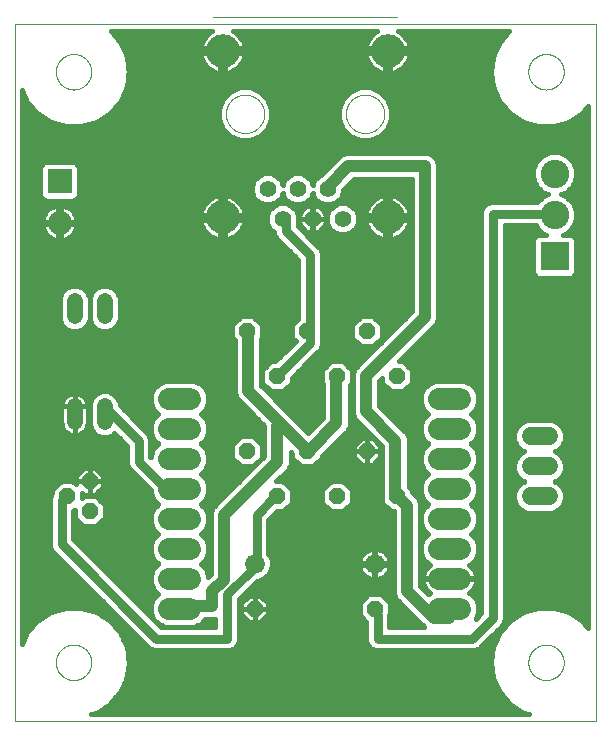
<source format=gbl>
G75*
%MOIN*%
%OFA0B0*%
%FSLAX25Y25*%
%IPPOS*%
%LPD*%
%AMOC8*
5,1,8,0,0,1.08239X$1,22.5*
%
%ADD10C,0.00000*%
%ADD11R,0.08000X0.08000*%
%ADD12C,0.08000*%
%ADD13R,0.09500X0.09500*%
%ADD14C,0.09500*%
%ADD15OC8,0.05200*%
%ADD16C,0.07200*%
%ADD17C,0.00039*%
%ADD18C,0.05543*%
%ADD19C,0.11220*%
%ADD20C,0.06600*%
%ADD21C,0.05200*%
%ADD22C,0.06000*%
%ADD23C,0.01600*%
%ADD24C,0.03000*%
%ADD25C,0.04000*%
D10*
X0001800Y0001800D02*
X0001800Y0234261D01*
X0195501Y0234261D01*
X0195501Y0001800D01*
X0001800Y0001800D01*
X0015579Y0021485D02*
X0015581Y0021638D01*
X0015587Y0021792D01*
X0015597Y0021945D01*
X0015611Y0022097D01*
X0015629Y0022250D01*
X0015651Y0022401D01*
X0015676Y0022552D01*
X0015706Y0022703D01*
X0015740Y0022853D01*
X0015777Y0023001D01*
X0015818Y0023149D01*
X0015863Y0023295D01*
X0015912Y0023441D01*
X0015965Y0023585D01*
X0016021Y0023727D01*
X0016081Y0023868D01*
X0016145Y0024008D01*
X0016212Y0024146D01*
X0016283Y0024282D01*
X0016358Y0024416D01*
X0016435Y0024548D01*
X0016517Y0024678D01*
X0016601Y0024806D01*
X0016689Y0024932D01*
X0016780Y0025055D01*
X0016874Y0025176D01*
X0016972Y0025294D01*
X0017072Y0025410D01*
X0017176Y0025523D01*
X0017282Y0025634D01*
X0017391Y0025742D01*
X0017503Y0025847D01*
X0017617Y0025948D01*
X0017735Y0026047D01*
X0017854Y0026143D01*
X0017976Y0026236D01*
X0018101Y0026325D01*
X0018228Y0026412D01*
X0018357Y0026494D01*
X0018488Y0026574D01*
X0018621Y0026650D01*
X0018756Y0026723D01*
X0018893Y0026792D01*
X0019032Y0026857D01*
X0019172Y0026919D01*
X0019314Y0026977D01*
X0019457Y0027032D01*
X0019602Y0027083D01*
X0019748Y0027130D01*
X0019895Y0027173D01*
X0020043Y0027212D01*
X0020192Y0027248D01*
X0020342Y0027279D01*
X0020493Y0027307D01*
X0020644Y0027331D01*
X0020797Y0027351D01*
X0020949Y0027367D01*
X0021102Y0027379D01*
X0021255Y0027387D01*
X0021408Y0027391D01*
X0021562Y0027391D01*
X0021715Y0027387D01*
X0021868Y0027379D01*
X0022021Y0027367D01*
X0022173Y0027351D01*
X0022326Y0027331D01*
X0022477Y0027307D01*
X0022628Y0027279D01*
X0022778Y0027248D01*
X0022927Y0027212D01*
X0023075Y0027173D01*
X0023222Y0027130D01*
X0023368Y0027083D01*
X0023513Y0027032D01*
X0023656Y0026977D01*
X0023798Y0026919D01*
X0023938Y0026857D01*
X0024077Y0026792D01*
X0024214Y0026723D01*
X0024349Y0026650D01*
X0024482Y0026574D01*
X0024613Y0026494D01*
X0024742Y0026412D01*
X0024869Y0026325D01*
X0024994Y0026236D01*
X0025116Y0026143D01*
X0025235Y0026047D01*
X0025353Y0025948D01*
X0025467Y0025847D01*
X0025579Y0025742D01*
X0025688Y0025634D01*
X0025794Y0025523D01*
X0025898Y0025410D01*
X0025998Y0025294D01*
X0026096Y0025176D01*
X0026190Y0025055D01*
X0026281Y0024932D01*
X0026369Y0024806D01*
X0026453Y0024678D01*
X0026535Y0024548D01*
X0026612Y0024416D01*
X0026687Y0024282D01*
X0026758Y0024146D01*
X0026825Y0024008D01*
X0026889Y0023868D01*
X0026949Y0023727D01*
X0027005Y0023585D01*
X0027058Y0023441D01*
X0027107Y0023295D01*
X0027152Y0023149D01*
X0027193Y0023001D01*
X0027230Y0022853D01*
X0027264Y0022703D01*
X0027294Y0022552D01*
X0027319Y0022401D01*
X0027341Y0022250D01*
X0027359Y0022097D01*
X0027373Y0021945D01*
X0027383Y0021792D01*
X0027389Y0021638D01*
X0027391Y0021485D01*
X0027389Y0021332D01*
X0027383Y0021178D01*
X0027373Y0021025D01*
X0027359Y0020873D01*
X0027341Y0020720D01*
X0027319Y0020569D01*
X0027294Y0020418D01*
X0027264Y0020267D01*
X0027230Y0020117D01*
X0027193Y0019969D01*
X0027152Y0019821D01*
X0027107Y0019675D01*
X0027058Y0019529D01*
X0027005Y0019385D01*
X0026949Y0019243D01*
X0026889Y0019102D01*
X0026825Y0018962D01*
X0026758Y0018824D01*
X0026687Y0018688D01*
X0026612Y0018554D01*
X0026535Y0018422D01*
X0026453Y0018292D01*
X0026369Y0018164D01*
X0026281Y0018038D01*
X0026190Y0017915D01*
X0026096Y0017794D01*
X0025998Y0017676D01*
X0025898Y0017560D01*
X0025794Y0017447D01*
X0025688Y0017336D01*
X0025579Y0017228D01*
X0025467Y0017123D01*
X0025353Y0017022D01*
X0025235Y0016923D01*
X0025116Y0016827D01*
X0024994Y0016734D01*
X0024869Y0016645D01*
X0024742Y0016558D01*
X0024613Y0016476D01*
X0024482Y0016396D01*
X0024349Y0016320D01*
X0024214Y0016247D01*
X0024077Y0016178D01*
X0023938Y0016113D01*
X0023798Y0016051D01*
X0023656Y0015993D01*
X0023513Y0015938D01*
X0023368Y0015887D01*
X0023222Y0015840D01*
X0023075Y0015797D01*
X0022927Y0015758D01*
X0022778Y0015722D01*
X0022628Y0015691D01*
X0022477Y0015663D01*
X0022326Y0015639D01*
X0022173Y0015619D01*
X0022021Y0015603D01*
X0021868Y0015591D01*
X0021715Y0015583D01*
X0021562Y0015579D01*
X0021408Y0015579D01*
X0021255Y0015583D01*
X0021102Y0015591D01*
X0020949Y0015603D01*
X0020797Y0015619D01*
X0020644Y0015639D01*
X0020493Y0015663D01*
X0020342Y0015691D01*
X0020192Y0015722D01*
X0020043Y0015758D01*
X0019895Y0015797D01*
X0019748Y0015840D01*
X0019602Y0015887D01*
X0019457Y0015938D01*
X0019314Y0015993D01*
X0019172Y0016051D01*
X0019032Y0016113D01*
X0018893Y0016178D01*
X0018756Y0016247D01*
X0018621Y0016320D01*
X0018488Y0016396D01*
X0018357Y0016476D01*
X0018228Y0016558D01*
X0018101Y0016645D01*
X0017976Y0016734D01*
X0017854Y0016827D01*
X0017735Y0016923D01*
X0017617Y0017022D01*
X0017503Y0017123D01*
X0017391Y0017228D01*
X0017282Y0017336D01*
X0017176Y0017447D01*
X0017072Y0017560D01*
X0016972Y0017676D01*
X0016874Y0017794D01*
X0016780Y0017915D01*
X0016689Y0018038D01*
X0016601Y0018164D01*
X0016517Y0018292D01*
X0016435Y0018422D01*
X0016358Y0018554D01*
X0016283Y0018688D01*
X0016212Y0018824D01*
X0016145Y0018962D01*
X0016081Y0019102D01*
X0016021Y0019243D01*
X0015965Y0019385D01*
X0015912Y0019529D01*
X0015863Y0019675D01*
X0015818Y0019821D01*
X0015777Y0019969D01*
X0015740Y0020117D01*
X0015706Y0020267D01*
X0015676Y0020418D01*
X0015651Y0020569D01*
X0015629Y0020720D01*
X0015611Y0020873D01*
X0015597Y0021025D01*
X0015587Y0021178D01*
X0015581Y0021332D01*
X0015579Y0021485D01*
X0072231Y0204300D02*
X0072233Y0204460D01*
X0072239Y0204619D01*
X0072249Y0204778D01*
X0072263Y0204937D01*
X0072281Y0205096D01*
X0072302Y0205254D01*
X0072328Y0205411D01*
X0072358Y0205568D01*
X0072391Y0205724D01*
X0072429Y0205879D01*
X0072470Y0206033D01*
X0072515Y0206186D01*
X0072564Y0206338D01*
X0072617Y0206489D01*
X0072673Y0206638D01*
X0072734Y0206786D01*
X0072797Y0206932D01*
X0072865Y0207077D01*
X0072936Y0207220D01*
X0073010Y0207361D01*
X0073088Y0207500D01*
X0073170Y0207637D01*
X0073255Y0207772D01*
X0073343Y0207905D01*
X0073435Y0208036D01*
X0073529Y0208164D01*
X0073627Y0208290D01*
X0073728Y0208414D01*
X0073832Y0208535D01*
X0073939Y0208653D01*
X0074049Y0208769D01*
X0074162Y0208882D01*
X0074278Y0208992D01*
X0074396Y0209099D01*
X0074517Y0209203D01*
X0074641Y0209304D01*
X0074767Y0209402D01*
X0074895Y0209496D01*
X0075026Y0209588D01*
X0075159Y0209676D01*
X0075294Y0209761D01*
X0075431Y0209843D01*
X0075570Y0209921D01*
X0075711Y0209995D01*
X0075854Y0210066D01*
X0075999Y0210134D01*
X0076145Y0210197D01*
X0076293Y0210258D01*
X0076442Y0210314D01*
X0076593Y0210367D01*
X0076745Y0210416D01*
X0076898Y0210461D01*
X0077052Y0210502D01*
X0077207Y0210540D01*
X0077363Y0210573D01*
X0077520Y0210603D01*
X0077677Y0210629D01*
X0077835Y0210650D01*
X0077994Y0210668D01*
X0078153Y0210682D01*
X0078312Y0210692D01*
X0078471Y0210698D01*
X0078631Y0210700D01*
X0078791Y0210698D01*
X0078950Y0210692D01*
X0079109Y0210682D01*
X0079268Y0210668D01*
X0079427Y0210650D01*
X0079585Y0210629D01*
X0079742Y0210603D01*
X0079899Y0210573D01*
X0080055Y0210540D01*
X0080210Y0210502D01*
X0080364Y0210461D01*
X0080517Y0210416D01*
X0080669Y0210367D01*
X0080820Y0210314D01*
X0080969Y0210258D01*
X0081117Y0210197D01*
X0081263Y0210134D01*
X0081408Y0210066D01*
X0081551Y0209995D01*
X0081692Y0209921D01*
X0081831Y0209843D01*
X0081968Y0209761D01*
X0082103Y0209676D01*
X0082236Y0209588D01*
X0082367Y0209496D01*
X0082495Y0209402D01*
X0082621Y0209304D01*
X0082745Y0209203D01*
X0082866Y0209099D01*
X0082984Y0208992D01*
X0083100Y0208882D01*
X0083213Y0208769D01*
X0083323Y0208653D01*
X0083430Y0208535D01*
X0083534Y0208414D01*
X0083635Y0208290D01*
X0083733Y0208164D01*
X0083827Y0208036D01*
X0083919Y0207905D01*
X0084007Y0207772D01*
X0084092Y0207637D01*
X0084174Y0207500D01*
X0084252Y0207361D01*
X0084326Y0207220D01*
X0084397Y0207077D01*
X0084465Y0206932D01*
X0084528Y0206786D01*
X0084589Y0206638D01*
X0084645Y0206489D01*
X0084698Y0206338D01*
X0084747Y0206186D01*
X0084792Y0206033D01*
X0084833Y0205879D01*
X0084871Y0205724D01*
X0084904Y0205568D01*
X0084934Y0205411D01*
X0084960Y0205254D01*
X0084981Y0205096D01*
X0084999Y0204937D01*
X0085013Y0204778D01*
X0085023Y0204619D01*
X0085029Y0204460D01*
X0085031Y0204300D01*
X0085029Y0204140D01*
X0085023Y0203981D01*
X0085013Y0203822D01*
X0084999Y0203663D01*
X0084981Y0203504D01*
X0084960Y0203346D01*
X0084934Y0203189D01*
X0084904Y0203032D01*
X0084871Y0202876D01*
X0084833Y0202721D01*
X0084792Y0202567D01*
X0084747Y0202414D01*
X0084698Y0202262D01*
X0084645Y0202111D01*
X0084589Y0201962D01*
X0084528Y0201814D01*
X0084465Y0201668D01*
X0084397Y0201523D01*
X0084326Y0201380D01*
X0084252Y0201239D01*
X0084174Y0201100D01*
X0084092Y0200963D01*
X0084007Y0200828D01*
X0083919Y0200695D01*
X0083827Y0200564D01*
X0083733Y0200436D01*
X0083635Y0200310D01*
X0083534Y0200186D01*
X0083430Y0200065D01*
X0083323Y0199947D01*
X0083213Y0199831D01*
X0083100Y0199718D01*
X0082984Y0199608D01*
X0082866Y0199501D01*
X0082745Y0199397D01*
X0082621Y0199296D01*
X0082495Y0199198D01*
X0082367Y0199104D01*
X0082236Y0199012D01*
X0082103Y0198924D01*
X0081968Y0198839D01*
X0081831Y0198757D01*
X0081692Y0198679D01*
X0081551Y0198605D01*
X0081408Y0198534D01*
X0081263Y0198466D01*
X0081117Y0198403D01*
X0080969Y0198342D01*
X0080820Y0198286D01*
X0080669Y0198233D01*
X0080517Y0198184D01*
X0080364Y0198139D01*
X0080210Y0198098D01*
X0080055Y0198060D01*
X0079899Y0198027D01*
X0079742Y0197997D01*
X0079585Y0197971D01*
X0079427Y0197950D01*
X0079268Y0197932D01*
X0079109Y0197918D01*
X0078950Y0197908D01*
X0078791Y0197902D01*
X0078631Y0197900D01*
X0078471Y0197902D01*
X0078312Y0197908D01*
X0078153Y0197918D01*
X0077994Y0197932D01*
X0077835Y0197950D01*
X0077677Y0197971D01*
X0077520Y0197997D01*
X0077363Y0198027D01*
X0077207Y0198060D01*
X0077052Y0198098D01*
X0076898Y0198139D01*
X0076745Y0198184D01*
X0076593Y0198233D01*
X0076442Y0198286D01*
X0076293Y0198342D01*
X0076145Y0198403D01*
X0075999Y0198466D01*
X0075854Y0198534D01*
X0075711Y0198605D01*
X0075570Y0198679D01*
X0075431Y0198757D01*
X0075294Y0198839D01*
X0075159Y0198924D01*
X0075026Y0199012D01*
X0074895Y0199104D01*
X0074767Y0199198D01*
X0074641Y0199296D01*
X0074517Y0199397D01*
X0074396Y0199501D01*
X0074278Y0199608D01*
X0074162Y0199718D01*
X0074049Y0199831D01*
X0073939Y0199947D01*
X0073832Y0200065D01*
X0073728Y0200186D01*
X0073627Y0200310D01*
X0073529Y0200436D01*
X0073435Y0200564D01*
X0073343Y0200695D01*
X0073255Y0200828D01*
X0073170Y0200963D01*
X0073088Y0201100D01*
X0073010Y0201239D01*
X0072936Y0201380D01*
X0072865Y0201523D01*
X0072797Y0201668D01*
X0072734Y0201814D01*
X0072673Y0201962D01*
X0072617Y0202111D01*
X0072564Y0202262D01*
X0072515Y0202414D01*
X0072470Y0202567D01*
X0072429Y0202721D01*
X0072391Y0202876D01*
X0072358Y0203032D01*
X0072328Y0203189D01*
X0072302Y0203346D01*
X0072281Y0203504D01*
X0072263Y0203663D01*
X0072249Y0203822D01*
X0072239Y0203981D01*
X0072233Y0204140D01*
X0072231Y0204300D01*
X0112231Y0204300D02*
X0112233Y0204460D01*
X0112239Y0204619D01*
X0112249Y0204778D01*
X0112263Y0204937D01*
X0112281Y0205096D01*
X0112302Y0205254D01*
X0112328Y0205411D01*
X0112358Y0205568D01*
X0112391Y0205724D01*
X0112429Y0205879D01*
X0112470Y0206033D01*
X0112515Y0206186D01*
X0112564Y0206338D01*
X0112617Y0206489D01*
X0112673Y0206638D01*
X0112734Y0206786D01*
X0112797Y0206932D01*
X0112865Y0207077D01*
X0112936Y0207220D01*
X0113010Y0207361D01*
X0113088Y0207500D01*
X0113170Y0207637D01*
X0113255Y0207772D01*
X0113343Y0207905D01*
X0113435Y0208036D01*
X0113529Y0208164D01*
X0113627Y0208290D01*
X0113728Y0208414D01*
X0113832Y0208535D01*
X0113939Y0208653D01*
X0114049Y0208769D01*
X0114162Y0208882D01*
X0114278Y0208992D01*
X0114396Y0209099D01*
X0114517Y0209203D01*
X0114641Y0209304D01*
X0114767Y0209402D01*
X0114895Y0209496D01*
X0115026Y0209588D01*
X0115159Y0209676D01*
X0115294Y0209761D01*
X0115431Y0209843D01*
X0115570Y0209921D01*
X0115711Y0209995D01*
X0115854Y0210066D01*
X0115999Y0210134D01*
X0116145Y0210197D01*
X0116293Y0210258D01*
X0116442Y0210314D01*
X0116593Y0210367D01*
X0116745Y0210416D01*
X0116898Y0210461D01*
X0117052Y0210502D01*
X0117207Y0210540D01*
X0117363Y0210573D01*
X0117520Y0210603D01*
X0117677Y0210629D01*
X0117835Y0210650D01*
X0117994Y0210668D01*
X0118153Y0210682D01*
X0118312Y0210692D01*
X0118471Y0210698D01*
X0118631Y0210700D01*
X0118791Y0210698D01*
X0118950Y0210692D01*
X0119109Y0210682D01*
X0119268Y0210668D01*
X0119427Y0210650D01*
X0119585Y0210629D01*
X0119742Y0210603D01*
X0119899Y0210573D01*
X0120055Y0210540D01*
X0120210Y0210502D01*
X0120364Y0210461D01*
X0120517Y0210416D01*
X0120669Y0210367D01*
X0120820Y0210314D01*
X0120969Y0210258D01*
X0121117Y0210197D01*
X0121263Y0210134D01*
X0121408Y0210066D01*
X0121551Y0209995D01*
X0121692Y0209921D01*
X0121831Y0209843D01*
X0121968Y0209761D01*
X0122103Y0209676D01*
X0122236Y0209588D01*
X0122367Y0209496D01*
X0122495Y0209402D01*
X0122621Y0209304D01*
X0122745Y0209203D01*
X0122866Y0209099D01*
X0122984Y0208992D01*
X0123100Y0208882D01*
X0123213Y0208769D01*
X0123323Y0208653D01*
X0123430Y0208535D01*
X0123534Y0208414D01*
X0123635Y0208290D01*
X0123733Y0208164D01*
X0123827Y0208036D01*
X0123919Y0207905D01*
X0124007Y0207772D01*
X0124092Y0207637D01*
X0124174Y0207500D01*
X0124252Y0207361D01*
X0124326Y0207220D01*
X0124397Y0207077D01*
X0124465Y0206932D01*
X0124528Y0206786D01*
X0124589Y0206638D01*
X0124645Y0206489D01*
X0124698Y0206338D01*
X0124747Y0206186D01*
X0124792Y0206033D01*
X0124833Y0205879D01*
X0124871Y0205724D01*
X0124904Y0205568D01*
X0124934Y0205411D01*
X0124960Y0205254D01*
X0124981Y0205096D01*
X0124999Y0204937D01*
X0125013Y0204778D01*
X0125023Y0204619D01*
X0125029Y0204460D01*
X0125031Y0204300D01*
X0125029Y0204140D01*
X0125023Y0203981D01*
X0125013Y0203822D01*
X0124999Y0203663D01*
X0124981Y0203504D01*
X0124960Y0203346D01*
X0124934Y0203189D01*
X0124904Y0203032D01*
X0124871Y0202876D01*
X0124833Y0202721D01*
X0124792Y0202567D01*
X0124747Y0202414D01*
X0124698Y0202262D01*
X0124645Y0202111D01*
X0124589Y0201962D01*
X0124528Y0201814D01*
X0124465Y0201668D01*
X0124397Y0201523D01*
X0124326Y0201380D01*
X0124252Y0201239D01*
X0124174Y0201100D01*
X0124092Y0200963D01*
X0124007Y0200828D01*
X0123919Y0200695D01*
X0123827Y0200564D01*
X0123733Y0200436D01*
X0123635Y0200310D01*
X0123534Y0200186D01*
X0123430Y0200065D01*
X0123323Y0199947D01*
X0123213Y0199831D01*
X0123100Y0199718D01*
X0122984Y0199608D01*
X0122866Y0199501D01*
X0122745Y0199397D01*
X0122621Y0199296D01*
X0122495Y0199198D01*
X0122367Y0199104D01*
X0122236Y0199012D01*
X0122103Y0198924D01*
X0121968Y0198839D01*
X0121831Y0198757D01*
X0121692Y0198679D01*
X0121551Y0198605D01*
X0121408Y0198534D01*
X0121263Y0198466D01*
X0121117Y0198403D01*
X0120969Y0198342D01*
X0120820Y0198286D01*
X0120669Y0198233D01*
X0120517Y0198184D01*
X0120364Y0198139D01*
X0120210Y0198098D01*
X0120055Y0198060D01*
X0119899Y0198027D01*
X0119742Y0197997D01*
X0119585Y0197971D01*
X0119427Y0197950D01*
X0119268Y0197932D01*
X0119109Y0197918D01*
X0118950Y0197908D01*
X0118791Y0197902D01*
X0118631Y0197900D01*
X0118471Y0197902D01*
X0118312Y0197908D01*
X0118153Y0197918D01*
X0117994Y0197932D01*
X0117835Y0197950D01*
X0117677Y0197971D01*
X0117520Y0197997D01*
X0117363Y0198027D01*
X0117207Y0198060D01*
X0117052Y0198098D01*
X0116898Y0198139D01*
X0116745Y0198184D01*
X0116593Y0198233D01*
X0116442Y0198286D01*
X0116293Y0198342D01*
X0116145Y0198403D01*
X0115999Y0198466D01*
X0115854Y0198534D01*
X0115711Y0198605D01*
X0115570Y0198679D01*
X0115431Y0198757D01*
X0115294Y0198839D01*
X0115159Y0198924D01*
X0115026Y0199012D01*
X0114895Y0199104D01*
X0114767Y0199198D01*
X0114641Y0199296D01*
X0114517Y0199397D01*
X0114396Y0199501D01*
X0114278Y0199608D01*
X0114162Y0199718D01*
X0114049Y0199831D01*
X0113939Y0199947D01*
X0113832Y0200065D01*
X0113728Y0200186D01*
X0113627Y0200310D01*
X0113529Y0200436D01*
X0113435Y0200564D01*
X0113343Y0200695D01*
X0113255Y0200828D01*
X0113170Y0200963D01*
X0113088Y0201100D01*
X0113010Y0201239D01*
X0112936Y0201380D01*
X0112865Y0201523D01*
X0112797Y0201668D01*
X0112734Y0201814D01*
X0112673Y0201962D01*
X0112617Y0202111D01*
X0112564Y0202262D01*
X0112515Y0202414D01*
X0112470Y0202567D01*
X0112429Y0202721D01*
X0112391Y0202876D01*
X0112358Y0203032D01*
X0112328Y0203189D01*
X0112302Y0203346D01*
X0112281Y0203504D01*
X0112263Y0203663D01*
X0112249Y0203822D01*
X0112239Y0203981D01*
X0112233Y0204140D01*
X0112231Y0204300D01*
X0173059Y0218335D02*
X0173061Y0218488D01*
X0173067Y0218642D01*
X0173077Y0218795D01*
X0173091Y0218947D01*
X0173109Y0219100D01*
X0173131Y0219251D01*
X0173156Y0219402D01*
X0173186Y0219553D01*
X0173220Y0219703D01*
X0173257Y0219851D01*
X0173298Y0219999D01*
X0173343Y0220145D01*
X0173392Y0220291D01*
X0173445Y0220435D01*
X0173501Y0220577D01*
X0173561Y0220718D01*
X0173625Y0220858D01*
X0173692Y0220996D01*
X0173763Y0221132D01*
X0173838Y0221266D01*
X0173915Y0221398D01*
X0173997Y0221528D01*
X0174081Y0221656D01*
X0174169Y0221782D01*
X0174260Y0221905D01*
X0174354Y0222026D01*
X0174452Y0222144D01*
X0174552Y0222260D01*
X0174656Y0222373D01*
X0174762Y0222484D01*
X0174871Y0222592D01*
X0174983Y0222697D01*
X0175097Y0222798D01*
X0175215Y0222897D01*
X0175334Y0222993D01*
X0175456Y0223086D01*
X0175581Y0223175D01*
X0175708Y0223262D01*
X0175837Y0223344D01*
X0175968Y0223424D01*
X0176101Y0223500D01*
X0176236Y0223573D01*
X0176373Y0223642D01*
X0176512Y0223707D01*
X0176652Y0223769D01*
X0176794Y0223827D01*
X0176937Y0223882D01*
X0177082Y0223933D01*
X0177228Y0223980D01*
X0177375Y0224023D01*
X0177523Y0224062D01*
X0177672Y0224098D01*
X0177822Y0224129D01*
X0177973Y0224157D01*
X0178124Y0224181D01*
X0178277Y0224201D01*
X0178429Y0224217D01*
X0178582Y0224229D01*
X0178735Y0224237D01*
X0178888Y0224241D01*
X0179042Y0224241D01*
X0179195Y0224237D01*
X0179348Y0224229D01*
X0179501Y0224217D01*
X0179653Y0224201D01*
X0179806Y0224181D01*
X0179957Y0224157D01*
X0180108Y0224129D01*
X0180258Y0224098D01*
X0180407Y0224062D01*
X0180555Y0224023D01*
X0180702Y0223980D01*
X0180848Y0223933D01*
X0180993Y0223882D01*
X0181136Y0223827D01*
X0181278Y0223769D01*
X0181418Y0223707D01*
X0181557Y0223642D01*
X0181694Y0223573D01*
X0181829Y0223500D01*
X0181962Y0223424D01*
X0182093Y0223344D01*
X0182222Y0223262D01*
X0182349Y0223175D01*
X0182474Y0223086D01*
X0182596Y0222993D01*
X0182715Y0222897D01*
X0182833Y0222798D01*
X0182947Y0222697D01*
X0183059Y0222592D01*
X0183168Y0222484D01*
X0183274Y0222373D01*
X0183378Y0222260D01*
X0183478Y0222144D01*
X0183576Y0222026D01*
X0183670Y0221905D01*
X0183761Y0221782D01*
X0183849Y0221656D01*
X0183933Y0221528D01*
X0184015Y0221398D01*
X0184092Y0221266D01*
X0184167Y0221132D01*
X0184238Y0220996D01*
X0184305Y0220858D01*
X0184369Y0220718D01*
X0184429Y0220577D01*
X0184485Y0220435D01*
X0184538Y0220291D01*
X0184587Y0220145D01*
X0184632Y0219999D01*
X0184673Y0219851D01*
X0184710Y0219703D01*
X0184744Y0219553D01*
X0184774Y0219402D01*
X0184799Y0219251D01*
X0184821Y0219100D01*
X0184839Y0218947D01*
X0184853Y0218795D01*
X0184863Y0218642D01*
X0184869Y0218488D01*
X0184871Y0218335D01*
X0184869Y0218182D01*
X0184863Y0218028D01*
X0184853Y0217875D01*
X0184839Y0217723D01*
X0184821Y0217570D01*
X0184799Y0217419D01*
X0184774Y0217268D01*
X0184744Y0217117D01*
X0184710Y0216967D01*
X0184673Y0216819D01*
X0184632Y0216671D01*
X0184587Y0216525D01*
X0184538Y0216379D01*
X0184485Y0216235D01*
X0184429Y0216093D01*
X0184369Y0215952D01*
X0184305Y0215812D01*
X0184238Y0215674D01*
X0184167Y0215538D01*
X0184092Y0215404D01*
X0184015Y0215272D01*
X0183933Y0215142D01*
X0183849Y0215014D01*
X0183761Y0214888D01*
X0183670Y0214765D01*
X0183576Y0214644D01*
X0183478Y0214526D01*
X0183378Y0214410D01*
X0183274Y0214297D01*
X0183168Y0214186D01*
X0183059Y0214078D01*
X0182947Y0213973D01*
X0182833Y0213872D01*
X0182715Y0213773D01*
X0182596Y0213677D01*
X0182474Y0213584D01*
X0182349Y0213495D01*
X0182222Y0213408D01*
X0182093Y0213326D01*
X0181962Y0213246D01*
X0181829Y0213170D01*
X0181694Y0213097D01*
X0181557Y0213028D01*
X0181418Y0212963D01*
X0181278Y0212901D01*
X0181136Y0212843D01*
X0180993Y0212788D01*
X0180848Y0212737D01*
X0180702Y0212690D01*
X0180555Y0212647D01*
X0180407Y0212608D01*
X0180258Y0212572D01*
X0180108Y0212541D01*
X0179957Y0212513D01*
X0179806Y0212489D01*
X0179653Y0212469D01*
X0179501Y0212453D01*
X0179348Y0212441D01*
X0179195Y0212433D01*
X0179042Y0212429D01*
X0178888Y0212429D01*
X0178735Y0212433D01*
X0178582Y0212441D01*
X0178429Y0212453D01*
X0178277Y0212469D01*
X0178124Y0212489D01*
X0177973Y0212513D01*
X0177822Y0212541D01*
X0177672Y0212572D01*
X0177523Y0212608D01*
X0177375Y0212647D01*
X0177228Y0212690D01*
X0177082Y0212737D01*
X0176937Y0212788D01*
X0176794Y0212843D01*
X0176652Y0212901D01*
X0176512Y0212963D01*
X0176373Y0213028D01*
X0176236Y0213097D01*
X0176101Y0213170D01*
X0175968Y0213246D01*
X0175837Y0213326D01*
X0175708Y0213408D01*
X0175581Y0213495D01*
X0175456Y0213584D01*
X0175334Y0213677D01*
X0175215Y0213773D01*
X0175097Y0213872D01*
X0174983Y0213973D01*
X0174871Y0214078D01*
X0174762Y0214186D01*
X0174656Y0214297D01*
X0174552Y0214410D01*
X0174452Y0214526D01*
X0174354Y0214644D01*
X0174260Y0214765D01*
X0174169Y0214888D01*
X0174081Y0215014D01*
X0173997Y0215142D01*
X0173915Y0215272D01*
X0173838Y0215404D01*
X0173763Y0215538D01*
X0173692Y0215674D01*
X0173625Y0215812D01*
X0173561Y0215952D01*
X0173501Y0216093D01*
X0173445Y0216235D01*
X0173392Y0216379D01*
X0173343Y0216525D01*
X0173298Y0216671D01*
X0173257Y0216819D01*
X0173220Y0216967D01*
X0173186Y0217117D01*
X0173156Y0217268D01*
X0173131Y0217419D01*
X0173109Y0217570D01*
X0173091Y0217723D01*
X0173077Y0217875D01*
X0173067Y0218028D01*
X0173061Y0218182D01*
X0173059Y0218335D01*
X0015579Y0218335D02*
X0015581Y0218488D01*
X0015587Y0218642D01*
X0015597Y0218795D01*
X0015611Y0218947D01*
X0015629Y0219100D01*
X0015651Y0219251D01*
X0015676Y0219402D01*
X0015706Y0219553D01*
X0015740Y0219703D01*
X0015777Y0219851D01*
X0015818Y0219999D01*
X0015863Y0220145D01*
X0015912Y0220291D01*
X0015965Y0220435D01*
X0016021Y0220577D01*
X0016081Y0220718D01*
X0016145Y0220858D01*
X0016212Y0220996D01*
X0016283Y0221132D01*
X0016358Y0221266D01*
X0016435Y0221398D01*
X0016517Y0221528D01*
X0016601Y0221656D01*
X0016689Y0221782D01*
X0016780Y0221905D01*
X0016874Y0222026D01*
X0016972Y0222144D01*
X0017072Y0222260D01*
X0017176Y0222373D01*
X0017282Y0222484D01*
X0017391Y0222592D01*
X0017503Y0222697D01*
X0017617Y0222798D01*
X0017735Y0222897D01*
X0017854Y0222993D01*
X0017976Y0223086D01*
X0018101Y0223175D01*
X0018228Y0223262D01*
X0018357Y0223344D01*
X0018488Y0223424D01*
X0018621Y0223500D01*
X0018756Y0223573D01*
X0018893Y0223642D01*
X0019032Y0223707D01*
X0019172Y0223769D01*
X0019314Y0223827D01*
X0019457Y0223882D01*
X0019602Y0223933D01*
X0019748Y0223980D01*
X0019895Y0224023D01*
X0020043Y0224062D01*
X0020192Y0224098D01*
X0020342Y0224129D01*
X0020493Y0224157D01*
X0020644Y0224181D01*
X0020797Y0224201D01*
X0020949Y0224217D01*
X0021102Y0224229D01*
X0021255Y0224237D01*
X0021408Y0224241D01*
X0021562Y0224241D01*
X0021715Y0224237D01*
X0021868Y0224229D01*
X0022021Y0224217D01*
X0022173Y0224201D01*
X0022326Y0224181D01*
X0022477Y0224157D01*
X0022628Y0224129D01*
X0022778Y0224098D01*
X0022927Y0224062D01*
X0023075Y0224023D01*
X0023222Y0223980D01*
X0023368Y0223933D01*
X0023513Y0223882D01*
X0023656Y0223827D01*
X0023798Y0223769D01*
X0023938Y0223707D01*
X0024077Y0223642D01*
X0024214Y0223573D01*
X0024349Y0223500D01*
X0024482Y0223424D01*
X0024613Y0223344D01*
X0024742Y0223262D01*
X0024869Y0223175D01*
X0024994Y0223086D01*
X0025116Y0222993D01*
X0025235Y0222897D01*
X0025353Y0222798D01*
X0025467Y0222697D01*
X0025579Y0222592D01*
X0025688Y0222484D01*
X0025794Y0222373D01*
X0025898Y0222260D01*
X0025998Y0222144D01*
X0026096Y0222026D01*
X0026190Y0221905D01*
X0026281Y0221782D01*
X0026369Y0221656D01*
X0026453Y0221528D01*
X0026535Y0221398D01*
X0026612Y0221266D01*
X0026687Y0221132D01*
X0026758Y0220996D01*
X0026825Y0220858D01*
X0026889Y0220718D01*
X0026949Y0220577D01*
X0027005Y0220435D01*
X0027058Y0220291D01*
X0027107Y0220145D01*
X0027152Y0219999D01*
X0027193Y0219851D01*
X0027230Y0219703D01*
X0027264Y0219553D01*
X0027294Y0219402D01*
X0027319Y0219251D01*
X0027341Y0219100D01*
X0027359Y0218947D01*
X0027373Y0218795D01*
X0027383Y0218642D01*
X0027389Y0218488D01*
X0027391Y0218335D01*
X0027389Y0218182D01*
X0027383Y0218028D01*
X0027373Y0217875D01*
X0027359Y0217723D01*
X0027341Y0217570D01*
X0027319Y0217419D01*
X0027294Y0217268D01*
X0027264Y0217117D01*
X0027230Y0216967D01*
X0027193Y0216819D01*
X0027152Y0216671D01*
X0027107Y0216525D01*
X0027058Y0216379D01*
X0027005Y0216235D01*
X0026949Y0216093D01*
X0026889Y0215952D01*
X0026825Y0215812D01*
X0026758Y0215674D01*
X0026687Y0215538D01*
X0026612Y0215404D01*
X0026535Y0215272D01*
X0026453Y0215142D01*
X0026369Y0215014D01*
X0026281Y0214888D01*
X0026190Y0214765D01*
X0026096Y0214644D01*
X0025998Y0214526D01*
X0025898Y0214410D01*
X0025794Y0214297D01*
X0025688Y0214186D01*
X0025579Y0214078D01*
X0025467Y0213973D01*
X0025353Y0213872D01*
X0025235Y0213773D01*
X0025116Y0213677D01*
X0024994Y0213584D01*
X0024869Y0213495D01*
X0024742Y0213408D01*
X0024613Y0213326D01*
X0024482Y0213246D01*
X0024349Y0213170D01*
X0024214Y0213097D01*
X0024077Y0213028D01*
X0023938Y0212963D01*
X0023798Y0212901D01*
X0023656Y0212843D01*
X0023513Y0212788D01*
X0023368Y0212737D01*
X0023222Y0212690D01*
X0023075Y0212647D01*
X0022927Y0212608D01*
X0022778Y0212572D01*
X0022628Y0212541D01*
X0022477Y0212513D01*
X0022326Y0212489D01*
X0022173Y0212469D01*
X0022021Y0212453D01*
X0021868Y0212441D01*
X0021715Y0212433D01*
X0021562Y0212429D01*
X0021408Y0212429D01*
X0021255Y0212433D01*
X0021102Y0212441D01*
X0020949Y0212453D01*
X0020797Y0212469D01*
X0020644Y0212489D01*
X0020493Y0212513D01*
X0020342Y0212541D01*
X0020192Y0212572D01*
X0020043Y0212608D01*
X0019895Y0212647D01*
X0019748Y0212690D01*
X0019602Y0212737D01*
X0019457Y0212788D01*
X0019314Y0212843D01*
X0019172Y0212901D01*
X0019032Y0212963D01*
X0018893Y0213028D01*
X0018756Y0213097D01*
X0018621Y0213170D01*
X0018488Y0213246D01*
X0018357Y0213326D01*
X0018228Y0213408D01*
X0018101Y0213495D01*
X0017976Y0213584D01*
X0017854Y0213677D01*
X0017735Y0213773D01*
X0017617Y0213872D01*
X0017503Y0213973D01*
X0017391Y0214078D01*
X0017282Y0214186D01*
X0017176Y0214297D01*
X0017072Y0214410D01*
X0016972Y0214526D01*
X0016874Y0214644D01*
X0016780Y0214765D01*
X0016689Y0214888D01*
X0016601Y0215014D01*
X0016517Y0215142D01*
X0016435Y0215272D01*
X0016358Y0215404D01*
X0016283Y0215538D01*
X0016212Y0215674D01*
X0016145Y0215812D01*
X0016081Y0215952D01*
X0016021Y0216093D01*
X0015965Y0216235D01*
X0015912Y0216379D01*
X0015863Y0216525D01*
X0015818Y0216671D01*
X0015777Y0216819D01*
X0015740Y0216967D01*
X0015706Y0217117D01*
X0015676Y0217268D01*
X0015651Y0217419D01*
X0015629Y0217570D01*
X0015611Y0217723D01*
X0015597Y0217875D01*
X0015587Y0218028D01*
X0015581Y0218182D01*
X0015579Y0218335D01*
X0173059Y0021485D02*
X0173061Y0021638D01*
X0173067Y0021792D01*
X0173077Y0021945D01*
X0173091Y0022097D01*
X0173109Y0022250D01*
X0173131Y0022401D01*
X0173156Y0022552D01*
X0173186Y0022703D01*
X0173220Y0022853D01*
X0173257Y0023001D01*
X0173298Y0023149D01*
X0173343Y0023295D01*
X0173392Y0023441D01*
X0173445Y0023585D01*
X0173501Y0023727D01*
X0173561Y0023868D01*
X0173625Y0024008D01*
X0173692Y0024146D01*
X0173763Y0024282D01*
X0173838Y0024416D01*
X0173915Y0024548D01*
X0173997Y0024678D01*
X0174081Y0024806D01*
X0174169Y0024932D01*
X0174260Y0025055D01*
X0174354Y0025176D01*
X0174452Y0025294D01*
X0174552Y0025410D01*
X0174656Y0025523D01*
X0174762Y0025634D01*
X0174871Y0025742D01*
X0174983Y0025847D01*
X0175097Y0025948D01*
X0175215Y0026047D01*
X0175334Y0026143D01*
X0175456Y0026236D01*
X0175581Y0026325D01*
X0175708Y0026412D01*
X0175837Y0026494D01*
X0175968Y0026574D01*
X0176101Y0026650D01*
X0176236Y0026723D01*
X0176373Y0026792D01*
X0176512Y0026857D01*
X0176652Y0026919D01*
X0176794Y0026977D01*
X0176937Y0027032D01*
X0177082Y0027083D01*
X0177228Y0027130D01*
X0177375Y0027173D01*
X0177523Y0027212D01*
X0177672Y0027248D01*
X0177822Y0027279D01*
X0177973Y0027307D01*
X0178124Y0027331D01*
X0178277Y0027351D01*
X0178429Y0027367D01*
X0178582Y0027379D01*
X0178735Y0027387D01*
X0178888Y0027391D01*
X0179042Y0027391D01*
X0179195Y0027387D01*
X0179348Y0027379D01*
X0179501Y0027367D01*
X0179653Y0027351D01*
X0179806Y0027331D01*
X0179957Y0027307D01*
X0180108Y0027279D01*
X0180258Y0027248D01*
X0180407Y0027212D01*
X0180555Y0027173D01*
X0180702Y0027130D01*
X0180848Y0027083D01*
X0180993Y0027032D01*
X0181136Y0026977D01*
X0181278Y0026919D01*
X0181418Y0026857D01*
X0181557Y0026792D01*
X0181694Y0026723D01*
X0181829Y0026650D01*
X0181962Y0026574D01*
X0182093Y0026494D01*
X0182222Y0026412D01*
X0182349Y0026325D01*
X0182474Y0026236D01*
X0182596Y0026143D01*
X0182715Y0026047D01*
X0182833Y0025948D01*
X0182947Y0025847D01*
X0183059Y0025742D01*
X0183168Y0025634D01*
X0183274Y0025523D01*
X0183378Y0025410D01*
X0183478Y0025294D01*
X0183576Y0025176D01*
X0183670Y0025055D01*
X0183761Y0024932D01*
X0183849Y0024806D01*
X0183933Y0024678D01*
X0184015Y0024548D01*
X0184092Y0024416D01*
X0184167Y0024282D01*
X0184238Y0024146D01*
X0184305Y0024008D01*
X0184369Y0023868D01*
X0184429Y0023727D01*
X0184485Y0023585D01*
X0184538Y0023441D01*
X0184587Y0023295D01*
X0184632Y0023149D01*
X0184673Y0023001D01*
X0184710Y0022853D01*
X0184744Y0022703D01*
X0184774Y0022552D01*
X0184799Y0022401D01*
X0184821Y0022250D01*
X0184839Y0022097D01*
X0184853Y0021945D01*
X0184863Y0021792D01*
X0184869Y0021638D01*
X0184871Y0021485D01*
X0184869Y0021332D01*
X0184863Y0021178D01*
X0184853Y0021025D01*
X0184839Y0020873D01*
X0184821Y0020720D01*
X0184799Y0020569D01*
X0184774Y0020418D01*
X0184744Y0020267D01*
X0184710Y0020117D01*
X0184673Y0019969D01*
X0184632Y0019821D01*
X0184587Y0019675D01*
X0184538Y0019529D01*
X0184485Y0019385D01*
X0184429Y0019243D01*
X0184369Y0019102D01*
X0184305Y0018962D01*
X0184238Y0018824D01*
X0184167Y0018688D01*
X0184092Y0018554D01*
X0184015Y0018422D01*
X0183933Y0018292D01*
X0183849Y0018164D01*
X0183761Y0018038D01*
X0183670Y0017915D01*
X0183576Y0017794D01*
X0183478Y0017676D01*
X0183378Y0017560D01*
X0183274Y0017447D01*
X0183168Y0017336D01*
X0183059Y0017228D01*
X0182947Y0017123D01*
X0182833Y0017022D01*
X0182715Y0016923D01*
X0182596Y0016827D01*
X0182474Y0016734D01*
X0182349Y0016645D01*
X0182222Y0016558D01*
X0182093Y0016476D01*
X0181962Y0016396D01*
X0181829Y0016320D01*
X0181694Y0016247D01*
X0181557Y0016178D01*
X0181418Y0016113D01*
X0181278Y0016051D01*
X0181136Y0015993D01*
X0180993Y0015938D01*
X0180848Y0015887D01*
X0180702Y0015840D01*
X0180555Y0015797D01*
X0180407Y0015758D01*
X0180258Y0015722D01*
X0180108Y0015691D01*
X0179957Y0015663D01*
X0179806Y0015639D01*
X0179653Y0015619D01*
X0179501Y0015603D01*
X0179348Y0015591D01*
X0179195Y0015583D01*
X0179042Y0015579D01*
X0178888Y0015579D01*
X0178735Y0015583D01*
X0178582Y0015591D01*
X0178429Y0015603D01*
X0178277Y0015619D01*
X0178124Y0015639D01*
X0177973Y0015663D01*
X0177822Y0015691D01*
X0177672Y0015722D01*
X0177523Y0015758D01*
X0177375Y0015797D01*
X0177228Y0015840D01*
X0177082Y0015887D01*
X0176937Y0015938D01*
X0176794Y0015993D01*
X0176652Y0016051D01*
X0176512Y0016113D01*
X0176373Y0016178D01*
X0176236Y0016247D01*
X0176101Y0016320D01*
X0175968Y0016396D01*
X0175837Y0016476D01*
X0175708Y0016558D01*
X0175581Y0016645D01*
X0175456Y0016734D01*
X0175334Y0016827D01*
X0175215Y0016923D01*
X0175097Y0017022D01*
X0174983Y0017123D01*
X0174871Y0017228D01*
X0174762Y0017336D01*
X0174656Y0017447D01*
X0174552Y0017560D01*
X0174452Y0017676D01*
X0174354Y0017794D01*
X0174260Y0017915D01*
X0174169Y0018038D01*
X0174081Y0018164D01*
X0173997Y0018292D01*
X0173915Y0018422D01*
X0173838Y0018554D01*
X0173763Y0018688D01*
X0173692Y0018824D01*
X0173625Y0018962D01*
X0173561Y0019102D01*
X0173501Y0019243D01*
X0173445Y0019385D01*
X0173392Y0019529D01*
X0173343Y0019675D01*
X0173298Y0019821D01*
X0173257Y0019969D01*
X0173220Y0020117D01*
X0173186Y0020267D01*
X0173156Y0020418D01*
X0173131Y0020569D01*
X0173109Y0020720D01*
X0173091Y0020873D01*
X0173077Y0021025D01*
X0173067Y0021178D01*
X0173061Y0021332D01*
X0173059Y0021485D01*
D11*
X0016800Y0181800D03*
D12*
X0016800Y0168020D03*
D13*
X0181800Y0156800D03*
D14*
X0181800Y0170580D03*
X0181800Y0184359D03*
D15*
X0129300Y0116800D03*
X0119300Y0131800D03*
X0109300Y0116800D03*
X0099300Y0131800D03*
X0089300Y0116800D03*
X0079300Y0131800D03*
X0079300Y0091800D03*
X0089300Y0076800D03*
X0099300Y0091800D03*
X0109300Y0076800D03*
X0119300Y0091800D03*
X0129300Y0076800D03*
X0121800Y0039300D03*
X0081800Y0039300D03*
X0026800Y0071800D03*
X0019300Y0076800D03*
X0026800Y0081800D03*
D16*
X0053200Y0079300D02*
X0060400Y0079300D01*
X0060400Y0069300D02*
X0053200Y0069300D01*
X0053200Y0059300D02*
X0060400Y0059300D01*
X0060400Y0049300D02*
X0053200Y0049300D01*
X0053200Y0039300D02*
X0060400Y0039300D01*
X0060400Y0089300D02*
X0053200Y0089300D01*
X0053200Y0099300D02*
X0060400Y0099300D01*
X0060400Y0109300D02*
X0053200Y0109300D01*
X0143200Y0109300D02*
X0150400Y0109300D01*
X0150400Y0099300D02*
X0143200Y0099300D01*
X0143200Y0089300D02*
X0150400Y0089300D01*
X0150400Y0079300D02*
X0143200Y0079300D01*
X0143200Y0069300D02*
X0150400Y0069300D01*
X0150400Y0059300D02*
X0143200Y0059300D01*
X0143200Y0049300D02*
X0150400Y0049300D01*
X0150400Y0039300D02*
X0143200Y0039300D01*
D17*
X0129381Y0236505D02*
X0067881Y0236505D01*
D18*
X0086131Y0179300D03*
X0091131Y0169300D03*
X0096131Y0179300D03*
X0101131Y0169300D03*
X0106131Y0179300D03*
X0111131Y0169300D03*
D19*
X0126131Y0169800D03*
X0126131Y0225300D03*
X0071131Y0225300D03*
X0071131Y0169800D03*
D20*
X0081800Y0054300D03*
X0121800Y0054300D03*
D21*
X0031800Y0101600D02*
X0031800Y0106800D01*
X0021800Y0106800D02*
X0021800Y0101600D01*
X0021800Y0136800D02*
X0021800Y0142000D01*
X0031800Y0142000D02*
X0031800Y0136800D01*
D22*
X0173800Y0096800D02*
X0179800Y0096800D01*
X0179800Y0086800D02*
X0173800Y0086800D01*
X0173800Y0076800D02*
X0179800Y0076800D01*
D23*
X0181840Y0081800D02*
X0182859Y0082222D01*
X0184378Y0083741D01*
X0185200Y0085726D01*
X0185200Y0087874D01*
X0184378Y0089859D01*
X0182859Y0091378D01*
X0181840Y0091800D01*
X0182859Y0092222D01*
X0184378Y0093741D01*
X0185200Y0095726D01*
X0185200Y0097874D01*
X0184378Y0099859D01*
X0182859Y0101378D01*
X0180874Y0102200D01*
X0172726Y0102200D01*
X0170741Y0101378D01*
X0169222Y0099859D01*
X0168400Y0097874D01*
X0168400Y0095726D01*
X0169222Y0093741D01*
X0170741Y0092222D01*
X0171760Y0091800D01*
X0170741Y0091378D01*
X0169222Y0089859D01*
X0168400Y0087874D01*
X0168400Y0085726D01*
X0169222Y0083741D01*
X0170741Y0082222D01*
X0171760Y0081800D01*
X0170741Y0081378D01*
X0169222Y0079859D01*
X0168400Y0077874D01*
X0168400Y0075726D01*
X0169222Y0073741D01*
X0170741Y0072222D01*
X0172726Y0071400D01*
X0180874Y0071400D01*
X0182859Y0072222D01*
X0184378Y0073741D01*
X0185200Y0075726D01*
X0185200Y0077874D01*
X0184378Y0079859D01*
X0182859Y0081378D01*
X0181840Y0081800D01*
X0182019Y0081726D02*
X0193101Y0081726D01*
X0193101Y0083324D02*
X0183961Y0083324D01*
X0184867Y0084923D02*
X0193101Y0084923D01*
X0193101Y0086521D02*
X0185200Y0086521D01*
X0185098Y0088120D02*
X0193101Y0088120D01*
X0193101Y0089718D02*
X0184436Y0089718D01*
X0182920Y0091317D02*
X0193101Y0091317D01*
X0193101Y0092915D02*
X0183552Y0092915D01*
X0184698Y0094514D02*
X0193101Y0094514D01*
X0193101Y0096112D02*
X0185200Y0096112D01*
X0185200Y0097711D02*
X0193101Y0097711D01*
X0193101Y0099309D02*
X0184606Y0099309D01*
X0183329Y0100908D02*
X0193101Y0100908D01*
X0193101Y0102506D02*
X0165149Y0102506D01*
X0165149Y0100908D02*
X0170271Y0100908D01*
X0168994Y0099309D02*
X0165149Y0099309D01*
X0165149Y0097711D02*
X0168400Y0097711D01*
X0168400Y0096112D02*
X0165149Y0096112D01*
X0165149Y0094514D02*
X0168902Y0094514D01*
X0170048Y0092915D02*
X0165149Y0092915D01*
X0165149Y0091317D02*
X0170680Y0091317D01*
X0169164Y0089718D02*
X0165149Y0089718D01*
X0165149Y0088120D02*
X0168502Y0088120D01*
X0168400Y0086521D02*
X0165149Y0086521D01*
X0165149Y0084923D02*
X0168733Y0084923D01*
X0169639Y0083324D02*
X0165149Y0083324D01*
X0165149Y0081726D02*
X0171581Y0081726D01*
X0169490Y0080127D02*
X0165149Y0080127D01*
X0165149Y0078529D02*
X0168671Y0078529D01*
X0168400Y0076930D02*
X0165149Y0076930D01*
X0165149Y0075332D02*
X0168563Y0075332D01*
X0169230Y0073733D02*
X0165149Y0073733D01*
X0165149Y0072134D02*
X0170953Y0072134D01*
X0165149Y0070536D02*
X0193101Y0070536D01*
X0193101Y0072134D02*
X0182647Y0072134D01*
X0184370Y0073733D02*
X0193101Y0073733D01*
X0193101Y0075332D02*
X0185037Y0075332D01*
X0185200Y0076930D02*
X0193101Y0076930D01*
X0193101Y0078529D02*
X0184929Y0078529D01*
X0184110Y0080127D02*
X0193101Y0080127D01*
X0193101Y0068937D02*
X0165149Y0068937D01*
X0165149Y0067339D02*
X0193101Y0067339D01*
X0193101Y0065740D02*
X0165149Y0065740D01*
X0165149Y0064142D02*
X0193101Y0064142D01*
X0193101Y0062543D02*
X0165149Y0062543D01*
X0165149Y0060945D02*
X0193101Y0060945D01*
X0193101Y0059346D02*
X0165149Y0059346D01*
X0165149Y0057748D02*
X0193101Y0057748D01*
X0193101Y0056149D02*
X0165149Y0056149D01*
X0165149Y0054551D02*
X0193101Y0054551D01*
X0193101Y0052952D02*
X0165149Y0052952D01*
X0165149Y0051354D02*
X0193101Y0051354D01*
X0193101Y0049755D02*
X0165149Y0049755D01*
X0165149Y0048157D02*
X0193101Y0048157D01*
X0193101Y0046558D02*
X0165149Y0046558D01*
X0165149Y0044960D02*
X0193101Y0044960D01*
X0193101Y0043361D02*
X0165149Y0043361D01*
X0165149Y0041763D02*
X0193101Y0041763D01*
X0193101Y0040164D02*
X0165149Y0040164D01*
X0165149Y0038566D02*
X0172492Y0038566D01*
X0171322Y0038222D02*
X0171322Y0038222D01*
X0176347Y0039698D01*
X0181584Y0039698D01*
X0186609Y0038222D01*
X0186609Y0038222D01*
X0191015Y0035391D01*
X0191015Y0035391D01*
X0193101Y0032983D01*
X0193101Y0206837D01*
X0191015Y0204430D01*
X0191015Y0204430D01*
X0191015Y0204430D01*
X0186609Y0201598D01*
X0186609Y0201598D01*
X0181584Y0200123D01*
X0176347Y0200123D01*
X0171322Y0201598D01*
X0171322Y0201598D01*
X0166916Y0204430D01*
X0166916Y0204430D01*
X0163486Y0208388D01*
X0163486Y0208388D01*
X0161311Y0213152D01*
X0161311Y0213152D01*
X0160565Y0218335D01*
X0160565Y0218335D01*
X0161311Y0223519D01*
X0161311Y0223519D01*
X0163486Y0228283D01*
X0163486Y0228283D01*
X0166586Y0231861D01*
X0129588Y0231861D01*
X0130256Y0231475D01*
X0131027Y0230883D01*
X0131714Y0230196D01*
X0132305Y0229426D01*
X0132791Y0228584D01*
X0133163Y0227687D01*
X0133414Y0226749D01*
X0133500Y0226100D01*
X0126931Y0226100D01*
X0126931Y0224500D01*
X0133500Y0224500D01*
X0133414Y0223851D01*
X0133163Y0222913D01*
X0132791Y0222016D01*
X0132305Y0221174D01*
X0131714Y0220404D01*
X0131027Y0219717D01*
X0130256Y0219125D01*
X0129415Y0218640D01*
X0128518Y0218268D01*
X0127579Y0218017D01*
X0126931Y0217931D01*
X0126931Y0224500D01*
X0125331Y0224500D01*
X0125331Y0217931D01*
X0124682Y0218017D01*
X0123744Y0218268D01*
X0122846Y0218640D01*
X0122005Y0219125D01*
X0121234Y0219717D01*
X0120547Y0220404D01*
X0119956Y0221174D01*
X0119470Y0222016D01*
X0119099Y0222913D01*
X0118847Y0223851D01*
X0118762Y0224500D01*
X0125331Y0224500D01*
X0125331Y0226100D01*
X0118762Y0226100D01*
X0118847Y0226749D01*
X0119099Y0227687D01*
X0119470Y0228584D01*
X0119956Y0229426D01*
X0120547Y0230196D01*
X0121234Y0230883D01*
X0122005Y0231475D01*
X0122674Y0231861D01*
X0074588Y0231861D01*
X0075256Y0231475D01*
X0076027Y0230883D01*
X0076714Y0230196D01*
X0077305Y0229426D01*
X0077791Y0228584D01*
X0078163Y0227687D01*
X0078414Y0226749D01*
X0078500Y0226100D01*
X0071931Y0226100D01*
X0071931Y0224500D01*
X0078500Y0224500D01*
X0078414Y0223851D01*
X0078163Y0222913D01*
X0077791Y0222016D01*
X0077305Y0221174D01*
X0076714Y0220404D01*
X0076027Y0219717D01*
X0075256Y0219125D01*
X0074415Y0218640D01*
X0073518Y0218268D01*
X0072579Y0218017D01*
X0071931Y0217931D01*
X0071931Y0224500D01*
X0070331Y0224500D01*
X0070331Y0217931D01*
X0069682Y0218017D01*
X0068744Y0218268D01*
X0067846Y0218640D01*
X0067005Y0219125D01*
X0066234Y0219717D01*
X0065547Y0220404D01*
X0064956Y0221174D01*
X0064470Y0222016D01*
X0064099Y0222913D01*
X0063847Y0223851D01*
X0063762Y0224500D01*
X0070331Y0224500D01*
X0070331Y0226100D01*
X0063762Y0226100D01*
X0063847Y0226749D01*
X0064099Y0227687D01*
X0064470Y0228584D01*
X0064956Y0229426D01*
X0065547Y0230196D01*
X0066234Y0230883D01*
X0067005Y0231475D01*
X0067674Y0231861D01*
X0033864Y0231861D01*
X0036964Y0228283D01*
X0036964Y0228283D01*
X0039140Y0223519D01*
X0039140Y0223519D01*
X0039885Y0218335D01*
X0039140Y0213152D01*
X0039140Y0213152D01*
X0036964Y0208388D01*
X0036964Y0208388D01*
X0033534Y0204430D01*
X0033534Y0204430D01*
X0033534Y0204430D01*
X0029129Y0201598D01*
X0029129Y0201598D01*
X0024104Y0200123D01*
X0018866Y0200123D01*
X0013841Y0201598D01*
X0013841Y0201598D01*
X0009436Y0204430D01*
X0009436Y0204430D01*
X0006006Y0208388D01*
X0006006Y0208388D01*
X0004200Y0212342D01*
X0004200Y0027478D01*
X0006006Y0031433D01*
X0006006Y0031433D01*
X0009436Y0035391D01*
X0009436Y0035391D01*
X0013841Y0038222D01*
X0013841Y0038222D01*
X0018866Y0039698D01*
X0024104Y0039698D01*
X0029129Y0038222D01*
X0029129Y0038222D01*
X0033534Y0035391D01*
X0033534Y0035391D01*
X0036964Y0031433D01*
X0036964Y0031433D01*
X0039140Y0026669D01*
X0039140Y0026669D01*
X0039885Y0021485D01*
X0039140Y0016301D01*
X0039140Y0016301D01*
X0036964Y0011537D01*
X0036964Y0011537D01*
X0033534Y0007579D01*
X0033534Y0007579D01*
X0033534Y0007579D01*
X0029129Y0004748D01*
X0027263Y0004200D01*
X0173187Y0004200D01*
X0171322Y0004748D01*
X0171322Y0004748D01*
X0166916Y0007579D01*
X0166916Y0007579D01*
X0163486Y0011537D01*
X0163486Y0011537D01*
X0161311Y0016301D01*
X0161311Y0016301D01*
X0160565Y0021485D01*
X0160565Y0021485D01*
X0161311Y0026669D01*
X0161311Y0026669D01*
X0163486Y0031433D01*
X0163486Y0031433D01*
X0166916Y0035391D01*
X0166916Y0035391D01*
X0166916Y0035391D01*
X0171322Y0038222D01*
X0169369Y0036967D02*
X0165149Y0036967D01*
X0165149Y0035473D02*
X0165149Y0167191D01*
X0175464Y0167191D01*
X0175739Y0166529D01*
X0177750Y0164518D01*
X0179121Y0163950D01*
X0176573Y0163950D01*
X0175691Y0163585D01*
X0175015Y0162909D01*
X0174650Y0162027D01*
X0174650Y0151573D01*
X0175015Y0150691D01*
X0175691Y0150015D01*
X0176573Y0149650D01*
X0187027Y0149650D01*
X0187909Y0150015D01*
X0188585Y0150691D01*
X0188950Y0151573D01*
X0188950Y0162027D01*
X0188585Y0162909D01*
X0187909Y0163585D01*
X0187027Y0163950D01*
X0184479Y0163950D01*
X0185850Y0164518D01*
X0187861Y0166529D01*
X0188950Y0169157D01*
X0188950Y0172002D01*
X0187861Y0174630D01*
X0185850Y0176641D01*
X0183850Y0177469D01*
X0185850Y0178298D01*
X0187861Y0180309D01*
X0188950Y0182937D01*
X0188950Y0185781D01*
X0187861Y0188409D01*
X0185850Y0190421D01*
X0183222Y0191509D01*
X0180378Y0191509D01*
X0177750Y0190421D01*
X0175739Y0188409D01*
X0174650Y0185781D01*
X0174650Y0182937D01*
X0175739Y0180309D01*
X0177750Y0178298D01*
X0179750Y0177469D01*
X0177750Y0176641D01*
X0176100Y0174991D01*
X0160473Y0174991D01*
X0159040Y0174398D01*
X0157943Y0173301D01*
X0157349Y0171867D01*
X0157349Y0037864D01*
X0155558Y0036073D01*
X0156400Y0038107D01*
X0156400Y0040493D01*
X0155487Y0042699D01*
X0153799Y0044387D01*
X0153166Y0044649D01*
X0153230Y0044682D01*
X0153918Y0045181D01*
X0154519Y0045782D01*
X0155018Y0046470D01*
X0155404Y0047227D01*
X0155667Y0048035D01*
X0155800Y0048875D01*
X0155800Y0049100D01*
X0147000Y0049100D01*
X0147000Y0049500D01*
X0155800Y0049500D01*
X0155800Y0049725D01*
X0155667Y0050565D01*
X0155404Y0051373D01*
X0155018Y0052130D01*
X0154519Y0052818D01*
X0153918Y0053419D01*
X0153230Y0053918D01*
X0153166Y0053951D01*
X0153799Y0054213D01*
X0155487Y0055901D01*
X0156400Y0058107D01*
X0156400Y0060493D01*
X0155487Y0062699D01*
X0153885Y0064300D01*
X0155487Y0065901D01*
X0156400Y0068107D01*
X0156400Y0070493D01*
X0155487Y0072699D01*
X0153885Y0074300D01*
X0155487Y0075901D01*
X0156400Y0078107D01*
X0156400Y0080493D01*
X0155487Y0082699D01*
X0153885Y0084300D01*
X0155487Y0085901D01*
X0156400Y0088107D01*
X0156400Y0090493D01*
X0155487Y0092699D01*
X0153885Y0094300D01*
X0155487Y0095901D01*
X0156400Y0098107D01*
X0156400Y0100493D01*
X0155487Y0102699D01*
X0153885Y0104300D01*
X0155487Y0105901D01*
X0156400Y0108107D01*
X0156400Y0110493D01*
X0155487Y0112699D01*
X0153799Y0114387D01*
X0151593Y0115300D01*
X0142007Y0115300D01*
X0139801Y0114387D01*
X0138113Y0112699D01*
X0137200Y0110493D01*
X0137200Y0108107D01*
X0138113Y0105901D01*
X0139715Y0104300D01*
X0138113Y0102699D01*
X0137200Y0100493D01*
X0137200Y0098107D01*
X0138113Y0095901D01*
X0139715Y0094300D01*
X0138113Y0092699D01*
X0137200Y0090493D01*
X0137200Y0088107D01*
X0138113Y0085901D01*
X0139715Y0084300D01*
X0138113Y0082699D01*
X0137200Y0080493D01*
X0137200Y0078107D01*
X0138113Y0075901D01*
X0139715Y0074300D01*
X0138113Y0072699D01*
X0137200Y0070493D01*
X0137200Y0068107D01*
X0138113Y0065901D01*
X0139715Y0064300D01*
X0138113Y0062699D01*
X0137200Y0060493D01*
X0137200Y0058107D01*
X0138113Y0055901D01*
X0139801Y0054213D01*
X0140434Y0053951D01*
X0140370Y0053918D01*
X0139682Y0053419D01*
X0139081Y0052818D01*
X0138582Y0052130D01*
X0138196Y0051373D01*
X0137933Y0050565D01*
X0137800Y0049725D01*
X0137800Y0049500D01*
X0146600Y0049500D01*
X0146600Y0049100D01*
X0137800Y0049100D01*
X0137800Y0048875D01*
X0137933Y0048035D01*
X0138196Y0047227D01*
X0138582Y0046470D01*
X0139081Y0045782D01*
X0139682Y0045181D01*
X0140370Y0044682D01*
X0140434Y0044649D01*
X0139801Y0044387D01*
X0139725Y0044310D01*
X0137105Y0046930D01*
X0137105Y0074526D01*
X0136436Y0076143D01*
X0135198Y0077381D01*
X0134300Y0078278D01*
X0134300Y0078871D01*
X0133168Y0080003D01*
X0133168Y0096179D01*
X0132499Y0097796D01*
X0131261Y0099034D01*
X0123326Y0106969D01*
X0123326Y0115135D01*
X0124300Y0116109D01*
X0124300Y0114729D01*
X0127229Y0111800D01*
X0131371Y0111800D01*
X0134300Y0114729D01*
X0134300Y0118871D01*
X0131371Y0121800D01*
X0129991Y0121800D01*
X0142341Y0134150D01*
X0143011Y0135767D01*
X0143011Y0187715D01*
X0142341Y0189332D01*
X0141103Y0190570D01*
X0139486Y0191239D01*
X0112145Y0191239D01*
X0110528Y0190570D01*
X0109290Y0189332D01*
X0103955Y0183997D01*
X0103201Y0183684D01*
X0101746Y0182230D01*
X0101131Y0180743D01*
X0100515Y0182230D01*
X0099060Y0183684D01*
X0097159Y0184472D01*
X0095102Y0184472D01*
X0093201Y0183684D01*
X0091746Y0182230D01*
X0091131Y0180743D01*
X0090515Y0182230D01*
X0089060Y0183684D01*
X0087159Y0184472D01*
X0085102Y0184472D01*
X0083201Y0183684D01*
X0081746Y0182230D01*
X0080959Y0180329D01*
X0080959Y0178271D01*
X0081746Y0176370D01*
X0083201Y0174916D01*
X0085102Y0174128D01*
X0087159Y0174128D01*
X0089060Y0174916D01*
X0090515Y0176370D01*
X0091131Y0177857D01*
X0091746Y0176370D01*
X0093201Y0174916D01*
X0095102Y0174128D01*
X0097159Y0174128D01*
X0099060Y0174916D01*
X0100515Y0176370D01*
X0101131Y0177857D01*
X0101746Y0176370D01*
X0103201Y0174916D01*
X0105102Y0174128D01*
X0107159Y0174128D01*
X0109060Y0174916D01*
X0110515Y0176370D01*
X0111302Y0178271D01*
X0111302Y0178899D01*
X0114843Y0182439D01*
X0134211Y0182439D01*
X0134211Y0138465D01*
X0116434Y0120688D01*
X0115196Y0119450D01*
X0114526Y0117833D01*
X0114526Y0104271D01*
X0115196Y0102654D01*
X0124369Y0093481D01*
X0124369Y0078940D01*
X0124300Y0078871D01*
X0124300Y0074729D01*
X0127229Y0071800D01*
X0128306Y0071800D01*
X0128306Y0044232D01*
X0128975Y0042615D01*
X0137834Y0033756D01*
X0138331Y0033259D01*
X0126763Y0033259D01*
X0126763Y0037192D01*
X0126800Y0037229D01*
X0126800Y0041371D01*
X0123871Y0044300D01*
X0119729Y0044300D01*
X0116800Y0041371D01*
X0116800Y0037229D01*
X0118963Y0035066D01*
X0118963Y0028583D01*
X0119557Y0027150D01*
X0120654Y0026053D01*
X0122087Y0025459D01*
X0155135Y0025459D01*
X0156568Y0026053D01*
X0157665Y0027150D01*
X0164555Y0034040D01*
X0165149Y0035473D01*
X0165106Y0035369D02*
X0166897Y0035369D01*
X0165512Y0033770D02*
X0164286Y0033770D01*
X0164127Y0032172D02*
X0162687Y0032172D01*
X0163094Y0030573D02*
X0161089Y0030573D01*
X0162364Y0028975D02*
X0159490Y0028975D01*
X0157892Y0027376D02*
X0161634Y0027376D01*
X0161183Y0025778D02*
X0155904Y0025778D01*
X0160723Y0022581D02*
X0039728Y0022581D01*
X0039813Y0020982D02*
X0160638Y0020982D01*
X0160867Y0019384D02*
X0039583Y0019384D01*
X0039353Y0017785D02*
X0161097Y0017785D01*
X0161363Y0016187D02*
X0039087Y0016187D01*
X0038357Y0014588D02*
X0162093Y0014588D01*
X0162823Y0012990D02*
X0037627Y0012990D01*
X0036837Y0011391D02*
X0163613Y0011391D01*
X0164998Y0009793D02*
X0035452Y0009793D01*
X0034067Y0008194D02*
X0166383Y0008194D01*
X0168447Y0006596D02*
X0032004Y0006596D01*
X0029516Y0004997D02*
X0170934Y0004997D01*
X0160953Y0024179D02*
X0039498Y0024179D01*
X0039268Y0025778D02*
X0047499Y0025778D01*
X0046835Y0026053D02*
X0048268Y0025459D01*
X0073442Y0025459D01*
X0074875Y0026053D01*
X0075972Y0027150D01*
X0076566Y0028583D01*
X0076566Y0042507D01*
X0082659Y0048600D01*
X0082934Y0048600D01*
X0085029Y0049468D01*
X0086632Y0051071D01*
X0087500Y0053166D01*
X0087500Y0055434D01*
X0086632Y0057529D01*
X0086409Y0057752D01*
X0086409Y0069082D01*
X0089126Y0071800D01*
X0091371Y0071800D01*
X0094300Y0074729D01*
X0094300Y0078871D01*
X0091371Y0081800D01*
X0089007Y0081800D01*
X0091891Y0084684D01*
X0093129Y0085922D01*
X0093798Y0087539D01*
X0093798Y0091571D01*
X0094300Y0091070D01*
X0094300Y0089729D01*
X0097229Y0086800D01*
X0101371Y0086800D01*
X0104300Y0089729D01*
X0104300Y0090203D01*
X0111576Y0097479D01*
X0112814Y0098717D01*
X0113483Y0100334D01*
X0113483Y0113912D01*
X0114300Y0114729D01*
X0114300Y0118871D01*
X0111371Y0121800D01*
X0107229Y0121800D01*
X0104300Y0118871D01*
X0104300Y0114729D01*
X0104683Y0114345D01*
X0104683Y0103032D01*
X0099733Y0098082D01*
X0094113Y0103702D01*
X0083956Y0113859D01*
X0083956Y0129385D01*
X0084300Y0129729D01*
X0084300Y0133871D01*
X0081371Y0136800D01*
X0077229Y0136800D01*
X0074300Y0133871D01*
X0074300Y0129729D01*
X0075156Y0128873D01*
X0075156Y0111161D01*
X0075826Y0109544D01*
X0084998Y0100371D01*
X0084998Y0090237D01*
X0067952Y0073190D01*
X0067282Y0071573D01*
X0067282Y0050867D01*
X0066400Y0049985D01*
X0066400Y0050493D01*
X0065487Y0052699D01*
X0063885Y0054300D01*
X0065487Y0055901D01*
X0066400Y0058107D01*
X0066400Y0060493D01*
X0065487Y0062699D01*
X0063885Y0064300D01*
X0065487Y0065901D01*
X0066400Y0068107D01*
X0066400Y0070493D01*
X0065487Y0072699D01*
X0063885Y0074300D01*
X0065487Y0075901D01*
X0066400Y0078107D01*
X0066400Y0080493D01*
X0065487Y0082699D01*
X0063885Y0084300D01*
X0065487Y0085901D01*
X0066400Y0088107D01*
X0066400Y0090493D01*
X0065487Y0092699D01*
X0063885Y0094300D01*
X0065487Y0095901D01*
X0066400Y0098107D01*
X0066400Y0100493D01*
X0065487Y0102699D01*
X0063885Y0104300D01*
X0065487Y0105901D01*
X0066400Y0108107D01*
X0066400Y0110493D01*
X0065487Y0112699D01*
X0063799Y0114387D01*
X0061593Y0115300D01*
X0052007Y0115300D01*
X0049801Y0114387D01*
X0048113Y0112699D01*
X0047200Y0110493D01*
X0047200Y0108107D01*
X0048113Y0105901D01*
X0049715Y0104300D01*
X0048113Y0102699D01*
X0047200Y0100493D01*
X0047200Y0098107D01*
X0048113Y0095901D01*
X0049715Y0094300D01*
X0048113Y0092699D01*
X0047200Y0090493D01*
X0047200Y0089868D01*
X0047039Y0090030D01*
X0047039Y0096080D01*
X0046445Y0097513D01*
X0045348Y0098610D01*
X0036800Y0107158D01*
X0036800Y0107795D01*
X0036039Y0109632D01*
X0034632Y0111039D01*
X0032795Y0111800D01*
X0030805Y0111800D01*
X0028968Y0111039D01*
X0027561Y0109632D01*
X0026800Y0107795D01*
X0026800Y0100605D01*
X0027561Y0098768D01*
X0028968Y0097361D01*
X0030805Y0096600D01*
X0032795Y0096600D01*
X0034632Y0097361D01*
X0035099Y0097828D01*
X0039239Y0093688D01*
X0039239Y0087638D01*
X0039832Y0086205D01*
X0047200Y0078837D01*
X0047200Y0078107D01*
X0048113Y0075901D01*
X0049715Y0074300D01*
X0048113Y0072699D01*
X0047200Y0070493D01*
X0047200Y0068107D01*
X0048113Y0065901D01*
X0049715Y0064300D01*
X0048113Y0062699D01*
X0047200Y0060493D01*
X0047200Y0058107D01*
X0048113Y0055901D01*
X0049715Y0054300D01*
X0048113Y0052699D01*
X0047200Y0050493D01*
X0047200Y0048107D01*
X0048113Y0045901D01*
X0049715Y0044300D01*
X0048113Y0042699D01*
X0047200Y0040493D01*
X0047200Y0038107D01*
X0048113Y0035901D01*
X0049801Y0034213D01*
X0052007Y0033300D01*
X0061593Y0033300D01*
X0063799Y0034213D01*
X0065371Y0035786D01*
X0068620Y0035786D01*
X0068766Y0035846D01*
X0068766Y0033259D01*
X0050660Y0033259D01*
X0021448Y0062471D01*
X0021448Y0071877D01*
X0021800Y0072229D01*
X0021800Y0069729D01*
X0024729Y0066800D01*
X0028871Y0066800D01*
X0031800Y0069729D01*
X0031800Y0073871D01*
X0028871Y0076800D01*
X0024729Y0076800D01*
X0024300Y0076371D01*
X0024300Y0078077D01*
X0024977Y0077400D01*
X0026800Y0077400D01*
X0028623Y0077400D01*
X0031200Y0079977D01*
X0031200Y0081800D01*
X0031200Y0083623D01*
X0028623Y0086200D01*
X0026800Y0086200D01*
X0026800Y0081800D01*
X0026800Y0081800D01*
X0031200Y0081800D01*
X0026800Y0081800D01*
X0026800Y0081800D01*
X0026800Y0081800D01*
X0022400Y0081800D01*
X0022400Y0083623D01*
X0024977Y0086200D01*
X0026800Y0086200D01*
X0026800Y0081800D01*
X0026800Y0077400D01*
X0026800Y0081800D01*
X0026800Y0081800D01*
X0022400Y0081800D01*
X0022400Y0080771D01*
X0021371Y0081800D01*
X0017229Y0081800D01*
X0014300Y0078871D01*
X0014300Y0077886D01*
X0014242Y0077828D01*
X0013648Y0076395D01*
X0013648Y0060079D01*
X0014242Y0058646D01*
X0045738Y0027150D01*
X0046835Y0026053D01*
X0045512Y0027376D02*
X0038817Y0027376D01*
X0038087Y0028975D02*
X0043913Y0028975D01*
X0042315Y0030573D02*
X0037357Y0030573D01*
X0036324Y0032172D02*
X0040716Y0032172D01*
X0039117Y0033770D02*
X0034939Y0033770D01*
X0033554Y0035369D02*
X0037519Y0035369D01*
X0035920Y0036967D02*
X0031081Y0036967D01*
X0027959Y0038566D02*
X0034322Y0038566D01*
X0032723Y0040164D02*
X0004200Y0040164D01*
X0004200Y0038566D02*
X0015011Y0038566D01*
X0011889Y0036967D02*
X0004200Y0036967D01*
X0004200Y0035369D02*
X0009416Y0035369D01*
X0009436Y0035391D02*
X0009436Y0035391D01*
X0008031Y0033770D02*
X0004200Y0033770D01*
X0004200Y0032172D02*
X0006646Y0032172D01*
X0005613Y0030573D02*
X0004200Y0030573D01*
X0004200Y0028975D02*
X0004883Y0028975D01*
X0004200Y0041763D02*
X0031125Y0041763D01*
X0029526Y0043361D02*
X0004200Y0043361D01*
X0004200Y0044960D02*
X0027928Y0044960D01*
X0026329Y0046558D02*
X0004200Y0046558D01*
X0004200Y0048157D02*
X0024731Y0048157D01*
X0023132Y0049755D02*
X0004200Y0049755D01*
X0004200Y0051354D02*
X0021534Y0051354D01*
X0019935Y0052952D02*
X0004200Y0052952D01*
X0004200Y0054551D02*
X0018337Y0054551D01*
X0016738Y0056149D02*
X0004200Y0056149D01*
X0004200Y0057748D02*
X0015140Y0057748D01*
X0013952Y0059346D02*
X0004200Y0059346D01*
X0004200Y0060945D02*
X0013648Y0060945D01*
X0013648Y0062543D02*
X0004200Y0062543D01*
X0004200Y0064142D02*
X0013648Y0064142D01*
X0013648Y0065740D02*
X0004200Y0065740D01*
X0004200Y0067339D02*
X0013648Y0067339D01*
X0013648Y0068937D02*
X0004200Y0068937D01*
X0004200Y0070536D02*
X0013648Y0070536D01*
X0013648Y0072134D02*
X0004200Y0072134D01*
X0004200Y0073733D02*
X0013648Y0073733D01*
X0013648Y0075332D02*
X0004200Y0075332D01*
X0004200Y0076930D02*
X0013870Y0076930D01*
X0014300Y0078529D02*
X0004200Y0078529D01*
X0004200Y0080127D02*
X0015556Y0080127D01*
X0017155Y0081726D02*
X0004200Y0081726D01*
X0004200Y0083324D02*
X0022400Y0083324D01*
X0022400Y0081726D02*
X0021445Y0081726D01*
X0023700Y0084923D02*
X0004200Y0084923D01*
X0004200Y0086521D02*
X0039701Y0086521D01*
X0039239Y0088120D02*
X0004200Y0088120D01*
X0004200Y0089718D02*
X0039239Y0089718D01*
X0039239Y0091317D02*
X0004200Y0091317D01*
X0004200Y0092915D02*
X0039239Y0092915D01*
X0038413Y0094514D02*
X0004200Y0094514D01*
X0004200Y0096112D02*
X0036815Y0096112D01*
X0035216Y0097711D02*
X0034982Y0097711D01*
X0028618Y0097711D02*
X0023859Y0097711D01*
X0024106Y0097837D02*
X0024666Y0098244D01*
X0025156Y0098734D01*
X0025563Y0099294D01*
X0025878Y0099911D01*
X0026092Y0100570D01*
X0026200Y0101254D01*
X0026200Y0106800D01*
X0026200Y0107146D01*
X0026092Y0107830D01*
X0025878Y0108489D01*
X0025563Y0109106D01*
X0025156Y0109666D01*
X0024666Y0110156D01*
X0024106Y0110563D01*
X0023489Y0110878D01*
X0022830Y0111092D01*
X0022146Y0111200D01*
X0021800Y0111200D01*
X0021800Y0106800D01*
X0021800Y0106800D01*
X0026200Y0106800D01*
X0021800Y0106800D01*
X0021800Y0106800D01*
X0021800Y0106800D01*
X0017400Y0106800D01*
X0017400Y0107146D01*
X0017508Y0107830D01*
X0017722Y0108489D01*
X0018037Y0109106D01*
X0018444Y0109666D01*
X0018934Y0110156D01*
X0019494Y0110563D01*
X0020111Y0110878D01*
X0020770Y0111092D01*
X0021454Y0111200D01*
X0021800Y0111200D01*
X0021800Y0106800D01*
X0021800Y0097200D01*
X0022146Y0097200D01*
X0022830Y0097308D01*
X0023489Y0097522D01*
X0024106Y0097837D01*
X0025571Y0099309D02*
X0027337Y0099309D01*
X0026800Y0100908D02*
X0026145Y0100908D01*
X0026200Y0102506D02*
X0026800Y0102506D01*
X0026800Y0104105D02*
X0026200Y0104105D01*
X0026200Y0105703D02*
X0026800Y0105703D01*
X0026800Y0107302D02*
X0026175Y0107302D01*
X0025668Y0108900D02*
X0027258Y0108900D01*
X0028428Y0110499D02*
X0024195Y0110499D01*
X0021800Y0110499D02*
X0021800Y0110499D01*
X0021800Y0108900D02*
X0021800Y0108900D01*
X0021800Y0107302D02*
X0021800Y0107302D01*
X0021800Y0106800D02*
X0017400Y0106800D01*
X0017400Y0101254D01*
X0017508Y0100570D01*
X0017722Y0099911D01*
X0018037Y0099294D01*
X0018444Y0098734D01*
X0018934Y0098244D01*
X0019494Y0097837D01*
X0020111Y0097522D01*
X0020770Y0097308D01*
X0021454Y0097200D01*
X0021800Y0097200D01*
X0021800Y0106800D01*
X0021800Y0106800D01*
X0021800Y0105703D02*
X0021800Y0105703D01*
X0021800Y0104105D02*
X0021800Y0104105D01*
X0021800Y0102506D02*
X0021800Y0102506D01*
X0021800Y0100908D02*
X0021800Y0100908D01*
X0021800Y0099309D02*
X0021800Y0099309D01*
X0021800Y0097711D02*
X0021800Y0097711D01*
X0019741Y0097711D02*
X0004200Y0097711D01*
X0004200Y0099309D02*
X0018029Y0099309D01*
X0017455Y0100908D02*
X0004200Y0100908D01*
X0004200Y0102506D02*
X0017400Y0102506D01*
X0017400Y0104105D02*
X0004200Y0104105D01*
X0004200Y0105703D02*
X0017400Y0105703D01*
X0017425Y0107302D02*
X0004200Y0107302D01*
X0004200Y0108900D02*
X0017932Y0108900D01*
X0019405Y0110499D02*
X0004200Y0110499D01*
X0004200Y0112097D02*
X0047864Y0112097D01*
X0047202Y0110499D02*
X0035172Y0110499D01*
X0036342Y0108900D02*
X0047200Y0108900D01*
X0047533Y0107302D02*
X0036800Y0107302D01*
X0038255Y0105703D02*
X0048311Y0105703D01*
X0049519Y0104105D02*
X0039853Y0104105D01*
X0041452Y0102506D02*
X0048034Y0102506D01*
X0047372Y0100908D02*
X0043050Y0100908D01*
X0044649Y0099309D02*
X0047200Y0099309D01*
X0047364Y0097711D02*
X0046247Y0097711D01*
X0047025Y0096112D02*
X0048026Y0096112D01*
X0047039Y0094514D02*
X0049501Y0094514D01*
X0048330Y0092915D02*
X0047039Y0092915D01*
X0047039Y0091317D02*
X0047541Y0091317D01*
X0041115Y0084923D02*
X0029900Y0084923D01*
X0031200Y0083324D02*
X0042713Y0083324D01*
X0044312Y0081726D02*
X0031200Y0081726D01*
X0031200Y0080127D02*
X0045910Y0080127D01*
X0047200Y0078529D02*
X0029751Y0078529D01*
X0026800Y0078529D02*
X0026800Y0078529D01*
X0026800Y0080127D02*
X0026800Y0080127D01*
X0026800Y0081726D02*
X0026800Y0081726D01*
X0026800Y0083324D02*
X0026800Y0083324D01*
X0026800Y0084923D02*
X0026800Y0084923D01*
X0024300Y0076930D02*
X0047687Y0076930D01*
X0048683Y0075332D02*
X0030340Y0075332D01*
X0031800Y0073733D02*
X0049148Y0073733D01*
X0047880Y0072134D02*
X0031800Y0072134D01*
X0031800Y0070536D02*
X0047218Y0070536D01*
X0047200Y0068937D02*
X0031009Y0068937D01*
X0029410Y0067339D02*
X0047518Y0067339D01*
X0048274Y0065740D02*
X0021448Y0065740D01*
X0021448Y0064142D02*
X0049557Y0064142D01*
X0048049Y0062543D02*
X0021448Y0062543D01*
X0022974Y0060945D02*
X0047387Y0060945D01*
X0047200Y0059346D02*
X0024572Y0059346D01*
X0026171Y0057748D02*
X0047349Y0057748D01*
X0048011Y0056149D02*
X0027769Y0056149D01*
X0029368Y0054551D02*
X0049464Y0054551D01*
X0048367Y0052952D02*
X0030966Y0052952D01*
X0032565Y0051354D02*
X0047556Y0051354D01*
X0047200Y0049755D02*
X0034163Y0049755D01*
X0035762Y0048157D02*
X0047200Y0048157D01*
X0047841Y0046558D02*
X0037360Y0046558D01*
X0038959Y0044960D02*
X0049055Y0044960D01*
X0048776Y0043361D02*
X0040557Y0043361D01*
X0042156Y0041763D02*
X0047726Y0041763D01*
X0047200Y0040164D02*
X0043754Y0040164D01*
X0045353Y0038566D02*
X0047200Y0038566D01*
X0046951Y0036967D02*
X0047672Y0036967D01*
X0048550Y0035369D02*
X0048646Y0035369D01*
X0050148Y0033770D02*
X0050871Y0033770D01*
X0062729Y0033770D02*
X0068766Y0033770D01*
X0068766Y0035369D02*
X0064954Y0035369D01*
X0074211Y0025778D02*
X0121318Y0025778D01*
X0119463Y0027376D02*
X0076066Y0027376D01*
X0076566Y0028975D02*
X0118963Y0028975D01*
X0118963Y0030573D02*
X0076566Y0030573D01*
X0076566Y0032172D02*
X0118963Y0032172D01*
X0118963Y0033770D02*
X0076566Y0033770D01*
X0076566Y0035369D02*
X0079509Y0035369D01*
X0079977Y0034900D02*
X0081800Y0034900D01*
X0083623Y0034900D01*
X0086200Y0037477D01*
X0086200Y0039300D01*
X0086200Y0041123D01*
X0083623Y0043700D01*
X0081800Y0043700D01*
X0081800Y0039300D01*
X0086200Y0039300D01*
X0081800Y0039300D01*
X0081800Y0039300D01*
X0081800Y0039300D01*
X0081800Y0034900D01*
X0081800Y0039300D01*
X0081800Y0039300D01*
X0081800Y0039300D01*
X0077400Y0039300D01*
X0077400Y0041123D01*
X0079977Y0043700D01*
X0081800Y0043700D01*
X0081800Y0039300D01*
X0077400Y0039300D01*
X0077400Y0037477D01*
X0079977Y0034900D01*
X0081800Y0035369D02*
X0081800Y0035369D01*
X0081800Y0036967D02*
X0081800Y0036967D01*
X0081800Y0038566D02*
X0081800Y0038566D01*
X0081800Y0040164D02*
X0081800Y0040164D01*
X0081800Y0041763D02*
X0081800Y0041763D01*
X0081800Y0043361D02*
X0081800Y0043361D01*
X0083961Y0043361D02*
X0118790Y0043361D01*
X0117192Y0041763D02*
X0085560Y0041763D01*
X0086200Y0040164D02*
X0116800Y0040164D01*
X0116800Y0038566D02*
X0086200Y0038566D01*
X0085690Y0036967D02*
X0117062Y0036967D01*
X0118660Y0035369D02*
X0084091Y0035369D01*
X0077910Y0036967D02*
X0076566Y0036967D01*
X0076566Y0038566D02*
X0077400Y0038566D01*
X0077400Y0040164D02*
X0076566Y0040164D01*
X0076566Y0041763D02*
X0078040Y0041763D01*
X0077420Y0043361D02*
X0079639Y0043361D01*
X0079019Y0044960D02*
X0128306Y0044960D01*
X0128306Y0046558D02*
X0080617Y0046558D01*
X0082216Y0048157D02*
X0128306Y0048157D01*
X0128306Y0049755D02*
X0124114Y0049755D01*
X0123758Y0049574D02*
X0124473Y0049938D01*
X0125122Y0050410D01*
X0125690Y0050978D01*
X0126162Y0051627D01*
X0126526Y0052342D01*
X0126774Y0053106D01*
X0126900Y0053899D01*
X0126900Y0054000D01*
X0122100Y0054000D01*
X0122100Y0054600D01*
X0126900Y0054600D01*
X0126900Y0054701D01*
X0126774Y0055494D01*
X0126526Y0056258D01*
X0126162Y0056973D01*
X0125690Y0057622D01*
X0125122Y0058190D01*
X0124473Y0058662D01*
X0123758Y0059026D01*
X0122994Y0059274D01*
X0122201Y0059400D01*
X0122100Y0059400D01*
X0122100Y0054600D01*
X0121500Y0054600D01*
X0121500Y0059400D01*
X0121399Y0059400D01*
X0120606Y0059274D01*
X0119842Y0059026D01*
X0119127Y0058662D01*
X0118478Y0058190D01*
X0117910Y0057622D01*
X0117438Y0056973D01*
X0117074Y0056258D01*
X0116826Y0055494D01*
X0116700Y0054701D01*
X0116700Y0054600D01*
X0121500Y0054600D01*
X0121500Y0054000D01*
X0122100Y0054000D01*
X0122100Y0049200D01*
X0122201Y0049200D01*
X0122994Y0049326D01*
X0123758Y0049574D01*
X0122100Y0049755D02*
X0121500Y0049755D01*
X0121500Y0049200D02*
X0121500Y0054000D01*
X0116700Y0054000D01*
X0116700Y0053899D01*
X0116826Y0053106D01*
X0117074Y0052342D01*
X0117438Y0051627D01*
X0117910Y0050978D01*
X0118478Y0050410D01*
X0119127Y0049938D01*
X0119842Y0049574D01*
X0120606Y0049326D01*
X0121399Y0049200D01*
X0121500Y0049200D01*
X0119486Y0049755D02*
X0085316Y0049755D01*
X0086749Y0051354D02*
X0117637Y0051354D01*
X0116875Y0052952D02*
X0087411Y0052952D01*
X0087500Y0054551D02*
X0121500Y0054551D01*
X0122100Y0054551D02*
X0128306Y0054551D01*
X0128306Y0056149D02*
X0126562Y0056149D01*
X0125565Y0057748D02*
X0128306Y0057748D01*
X0128306Y0059346D02*
X0122540Y0059346D01*
X0122100Y0059346D02*
X0121500Y0059346D01*
X0121060Y0059346D02*
X0086409Y0059346D01*
X0086413Y0057748D02*
X0118035Y0057748D01*
X0117038Y0056149D02*
X0087204Y0056149D01*
X0086409Y0060945D02*
X0128306Y0060945D01*
X0128306Y0062543D02*
X0086409Y0062543D01*
X0086409Y0064142D02*
X0128306Y0064142D01*
X0128306Y0065740D02*
X0086409Y0065740D01*
X0086409Y0067339D02*
X0128306Y0067339D01*
X0128306Y0068937D02*
X0086409Y0068937D01*
X0087862Y0070536D02*
X0128306Y0070536D01*
X0126894Y0072134D02*
X0111706Y0072134D01*
X0111371Y0071800D02*
X0114300Y0074729D01*
X0114300Y0078871D01*
X0111371Y0081800D01*
X0107229Y0081800D01*
X0104300Y0078871D01*
X0104300Y0074729D01*
X0107229Y0071800D01*
X0111371Y0071800D01*
X0113304Y0073733D02*
X0125296Y0073733D01*
X0124300Y0075332D02*
X0114300Y0075332D01*
X0114300Y0076930D02*
X0124300Y0076930D01*
X0124300Y0078529D02*
X0114300Y0078529D01*
X0113044Y0080127D02*
X0124369Y0080127D01*
X0124369Y0081726D02*
X0111445Y0081726D01*
X0116758Y0088120D02*
X0102691Y0088120D01*
X0104289Y0089718D02*
X0115159Y0089718D01*
X0114900Y0089977D02*
X0117477Y0087400D01*
X0119300Y0087400D01*
X0121123Y0087400D01*
X0123700Y0089977D01*
X0123700Y0091800D01*
X0123700Y0093623D01*
X0121123Y0096200D01*
X0119300Y0096200D01*
X0119300Y0091800D01*
X0119300Y0091800D01*
X0123700Y0091800D01*
X0119300Y0091800D01*
X0119300Y0091800D01*
X0119300Y0091800D01*
X0114900Y0091800D01*
X0114900Y0093623D01*
X0117477Y0096200D01*
X0119300Y0096200D01*
X0119300Y0091800D01*
X0119300Y0087400D01*
X0119300Y0091800D01*
X0119300Y0091800D01*
X0114900Y0091800D01*
X0114900Y0089977D01*
X0114900Y0091317D02*
X0105413Y0091317D01*
X0107012Y0092915D02*
X0114900Y0092915D01*
X0115791Y0094514D02*
X0108610Y0094514D01*
X0110209Y0096112D02*
X0117390Y0096112D01*
X0119300Y0096112D02*
X0119300Y0096112D01*
X0119300Y0094514D02*
X0119300Y0094514D01*
X0119300Y0092915D02*
X0119300Y0092915D01*
X0119300Y0091317D02*
X0119300Y0091317D01*
X0119300Y0089718D02*
X0119300Y0089718D01*
X0119300Y0088120D02*
X0119300Y0088120D01*
X0121842Y0088120D02*
X0124369Y0088120D01*
X0124369Y0089718D02*
X0123441Y0089718D01*
X0123700Y0091317D02*
X0124369Y0091317D01*
X0124369Y0092915D02*
X0123700Y0092915D01*
X0123336Y0094514D02*
X0122809Y0094514D01*
X0121738Y0096112D02*
X0121210Y0096112D01*
X0120139Y0097711D02*
X0111807Y0097711D01*
X0113059Y0099309D02*
X0118541Y0099309D01*
X0116942Y0100908D02*
X0113483Y0100908D01*
X0113483Y0102506D02*
X0115344Y0102506D01*
X0114595Y0104105D02*
X0113483Y0104105D01*
X0113483Y0105703D02*
X0114526Y0105703D01*
X0114526Y0107302D02*
X0113483Y0107302D01*
X0113483Y0108900D02*
X0114526Y0108900D01*
X0114526Y0110499D02*
X0113483Y0110499D01*
X0113483Y0112097D02*
X0114526Y0112097D01*
X0114526Y0113696D02*
X0113483Y0113696D01*
X0114300Y0115294D02*
X0114526Y0115294D01*
X0114526Y0116893D02*
X0114300Y0116893D01*
X0114300Y0118491D02*
X0114799Y0118491D01*
X0115836Y0120090D02*
X0113081Y0120090D01*
X0111483Y0121688D02*
X0117434Y0121688D01*
X0119033Y0123287D02*
X0101243Y0123287D01*
X0102434Y0124478D02*
X0103531Y0125575D01*
X0104125Y0127008D01*
X0104125Y0129554D01*
X0104300Y0129729D01*
X0104300Y0133871D01*
X0104125Y0134046D01*
X0104125Y0158088D01*
X0103531Y0159521D01*
X0102434Y0160618D01*
X0096251Y0166801D01*
X0096251Y0168148D01*
X0096302Y0168271D01*
X0096302Y0170329D01*
X0095515Y0172230D01*
X0094060Y0173684D01*
X0092159Y0174472D01*
X0090102Y0174472D01*
X0088201Y0173684D01*
X0086746Y0172230D01*
X0085959Y0170329D01*
X0085959Y0168271D01*
X0086746Y0166370D01*
X0088201Y0164916D01*
X0088451Y0164812D01*
X0088451Y0164410D01*
X0089045Y0162977D01*
X0096325Y0155696D01*
X0096325Y0135896D01*
X0094300Y0133871D01*
X0094300Y0129729D01*
X0095477Y0128552D01*
X0088726Y0121800D01*
X0087229Y0121800D01*
X0084300Y0118871D01*
X0084300Y0114729D01*
X0087229Y0111800D01*
X0091371Y0111800D01*
X0094300Y0114729D01*
X0094300Y0116344D01*
X0102434Y0124478D01*
X0102434Y0124478D01*
X0102842Y0124885D02*
X0120631Y0124885D01*
X0121371Y0126800D02*
X0117229Y0126800D01*
X0114300Y0129729D01*
X0114300Y0133871D01*
X0117229Y0136800D01*
X0121371Y0136800D01*
X0124300Y0133871D01*
X0124300Y0129729D01*
X0121371Y0126800D01*
X0122230Y0126484D02*
X0103908Y0126484D01*
X0104125Y0128082D02*
X0115947Y0128082D01*
X0114348Y0129681D02*
X0104252Y0129681D01*
X0104300Y0131279D02*
X0114300Y0131279D01*
X0114300Y0132878D02*
X0104300Y0132878D01*
X0104125Y0134476D02*
X0114905Y0134476D01*
X0116504Y0136075D02*
X0104125Y0136075D01*
X0104125Y0137673D02*
X0133419Y0137673D01*
X0134211Y0139272D02*
X0104125Y0139272D01*
X0104125Y0140870D02*
X0134211Y0140870D01*
X0134211Y0142469D02*
X0104125Y0142469D01*
X0104125Y0144068D02*
X0134211Y0144068D01*
X0134211Y0145666D02*
X0104125Y0145666D01*
X0104125Y0147265D02*
X0134211Y0147265D01*
X0134211Y0148863D02*
X0104125Y0148863D01*
X0104125Y0150462D02*
X0134211Y0150462D01*
X0134211Y0152060D02*
X0104125Y0152060D01*
X0104125Y0153659D02*
X0134211Y0153659D01*
X0134211Y0155257D02*
X0104125Y0155257D01*
X0104125Y0156856D02*
X0134211Y0156856D01*
X0134211Y0158454D02*
X0103973Y0158454D01*
X0103000Y0160053D02*
X0134211Y0160053D01*
X0134211Y0161651D02*
X0101401Y0161651D01*
X0099803Y0163250D02*
X0122656Y0163250D01*
X0122846Y0163140D02*
X0123744Y0162768D01*
X0124682Y0162517D01*
X0125331Y0162431D01*
X0125331Y0169000D01*
X0126931Y0169000D01*
X0126931Y0170600D01*
X0133500Y0170600D01*
X0133414Y0171249D01*
X0133163Y0172187D01*
X0132791Y0173084D01*
X0132305Y0173926D01*
X0131714Y0174696D01*
X0131027Y0175383D01*
X0130256Y0175975D01*
X0129415Y0176460D01*
X0128518Y0176832D01*
X0127579Y0177083D01*
X0126931Y0177169D01*
X0126931Y0170600D01*
X0125331Y0170600D01*
X0125331Y0177169D01*
X0124682Y0177083D01*
X0123744Y0176832D01*
X0122846Y0176460D01*
X0122005Y0175975D01*
X0121234Y0175383D01*
X0120547Y0174696D01*
X0119956Y0173926D01*
X0119470Y0173084D01*
X0119099Y0172187D01*
X0118847Y0171249D01*
X0118762Y0170600D01*
X0125331Y0170600D01*
X0125331Y0169000D01*
X0118762Y0169000D01*
X0118847Y0168351D01*
X0119099Y0167413D01*
X0119470Y0166516D01*
X0119956Y0165674D01*
X0120547Y0164904D01*
X0121234Y0164217D01*
X0122005Y0163625D01*
X0122846Y0163140D01*
X0120603Y0164848D02*
X0113897Y0164848D01*
X0114060Y0164916D02*
X0115515Y0166370D01*
X0116302Y0168271D01*
X0116302Y0170329D01*
X0115515Y0172230D01*
X0114060Y0173684D01*
X0112159Y0174472D01*
X0110102Y0174472D01*
X0108201Y0173684D01*
X0106746Y0172230D01*
X0105959Y0170329D01*
X0105959Y0168271D01*
X0106746Y0166370D01*
X0108201Y0164916D01*
X0110102Y0164128D01*
X0112159Y0164128D01*
X0114060Y0164916D01*
X0115547Y0166447D02*
X0119510Y0166447D01*
X0118929Y0168045D02*
X0116209Y0168045D01*
X0116302Y0169644D02*
X0125331Y0169644D01*
X0125331Y0171242D02*
X0126931Y0171242D01*
X0126931Y0169644D02*
X0134211Y0169644D01*
X0133500Y0169000D02*
X0126931Y0169000D01*
X0126931Y0162431D01*
X0127579Y0162517D01*
X0128518Y0162768D01*
X0129415Y0163140D01*
X0130256Y0163625D01*
X0131027Y0164217D01*
X0131714Y0164904D01*
X0132305Y0165674D01*
X0132791Y0166516D01*
X0133163Y0167413D01*
X0133414Y0168351D01*
X0133500Y0169000D01*
X0133332Y0168045D02*
X0134211Y0168045D01*
X0134211Y0166447D02*
X0132751Y0166447D01*
X0131659Y0164848D02*
X0134211Y0164848D01*
X0134211Y0163250D02*
X0129606Y0163250D01*
X0126931Y0163250D02*
X0125331Y0163250D01*
X0125331Y0164848D02*
X0126931Y0164848D01*
X0126931Y0166447D02*
X0125331Y0166447D01*
X0125331Y0168045D02*
X0126931Y0168045D01*
X0126931Y0172841D02*
X0125331Y0172841D01*
X0125331Y0174439D02*
X0126931Y0174439D01*
X0126931Y0176038D02*
X0125331Y0176038D01*
X0122114Y0176038D02*
X0110182Y0176038D01*
X0110024Y0174439D02*
X0107910Y0174439D01*
X0107358Y0172841D02*
X0104035Y0172841D01*
X0104109Y0172787D02*
X0103527Y0173210D01*
X0102886Y0173537D01*
X0102201Y0173759D01*
X0101491Y0173872D01*
X0101217Y0173872D01*
X0101217Y0169386D01*
X0105702Y0169386D01*
X0105702Y0169660D01*
X0105590Y0170371D01*
X0105367Y0171055D01*
X0105041Y0171696D01*
X0104618Y0172278D01*
X0104109Y0172787D01*
X0104351Y0174439D02*
X0097910Y0174439D01*
X0098735Y0173210D02*
X0098152Y0172787D01*
X0097644Y0172278D01*
X0097221Y0171696D01*
X0096894Y0171055D01*
X0096672Y0170371D01*
X0096559Y0169660D01*
X0096559Y0169386D01*
X0101045Y0169386D01*
X0101045Y0173872D01*
X0100771Y0173872D01*
X0100060Y0173759D01*
X0099376Y0173537D01*
X0098735Y0173210D01*
X0098226Y0172841D02*
X0094904Y0172841D01*
X0094351Y0174439D02*
X0092238Y0174439D01*
X0092079Y0176038D02*
X0090182Y0176038D01*
X0090024Y0174439D02*
X0087910Y0174439D01*
X0087358Y0172841D02*
X0077892Y0172841D01*
X0077791Y0173084D02*
X0077305Y0173926D01*
X0076714Y0174696D01*
X0076027Y0175383D01*
X0075256Y0175975D01*
X0074415Y0176460D01*
X0073518Y0176832D01*
X0072579Y0177083D01*
X0071931Y0177169D01*
X0071931Y0170600D01*
X0078500Y0170600D01*
X0078414Y0171249D01*
X0078163Y0172187D01*
X0077791Y0173084D01*
X0076911Y0174439D02*
X0084351Y0174439D01*
X0082079Y0176038D02*
X0075147Y0176038D01*
X0071931Y0176038D02*
X0070331Y0176038D01*
X0070331Y0177169D02*
X0069682Y0177083D01*
X0068744Y0176832D01*
X0067846Y0176460D01*
X0067005Y0175975D01*
X0066234Y0175383D01*
X0065547Y0174696D01*
X0064956Y0173926D01*
X0064470Y0173084D01*
X0064099Y0172187D01*
X0063847Y0171249D01*
X0063762Y0170600D01*
X0070331Y0170600D01*
X0070331Y0177169D01*
X0070331Y0174439D02*
X0071931Y0174439D01*
X0071931Y0172841D02*
X0070331Y0172841D01*
X0070331Y0171242D02*
X0071931Y0171242D01*
X0071931Y0170600D02*
X0070331Y0170600D01*
X0070331Y0169000D01*
X0071931Y0169000D01*
X0071931Y0170600D01*
X0071931Y0169644D02*
X0085959Y0169644D01*
X0086053Y0168045D02*
X0078332Y0168045D01*
X0078414Y0168351D02*
X0078500Y0169000D01*
X0071931Y0169000D01*
X0071931Y0162431D01*
X0072579Y0162517D01*
X0073518Y0162768D01*
X0074415Y0163140D01*
X0075256Y0163625D01*
X0076027Y0164217D01*
X0076714Y0164904D01*
X0077305Y0165674D01*
X0077791Y0166516D01*
X0078163Y0167413D01*
X0078414Y0168351D01*
X0077751Y0166447D02*
X0086715Y0166447D01*
X0088364Y0164848D02*
X0076659Y0164848D01*
X0074606Y0163250D02*
X0088932Y0163250D01*
X0090370Y0161651D02*
X0004200Y0161651D01*
X0004200Y0160053D02*
X0091969Y0160053D01*
X0093567Y0158454D02*
X0004200Y0158454D01*
X0004200Y0156856D02*
X0095166Y0156856D01*
X0096325Y0155257D02*
X0004200Y0155257D01*
X0004200Y0153659D02*
X0096325Y0153659D01*
X0096325Y0152060D02*
X0004200Y0152060D01*
X0004200Y0150462D02*
X0096325Y0150462D01*
X0096325Y0148863D02*
X0004200Y0148863D01*
X0004200Y0147265D02*
X0096325Y0147265D01*
X0096325Y0145666D02*
X0035205Y0145666D01*
X0034632Y0146239D02*
X0032795Y0147000D01*
X0030805Y0147000D01*
X0028968Y0146239D01*
X0027561Y0144832D01*
X0026800Y0142995D01*
X0026800Y0135805D01*
X0027561Y0133968D01*
X0028968Y0132561D01*
X0030805Y0131800D01*
X0032795Y0131800D01*
X0034632Y0132561D01*
X0036039Y0133968D01*
X0036800Y0135805D01*
X0036800Y0142995D01*
X0036039Y0144832D01*
X0034632Y0146239D01*
X0036356Y0144068D02*
X0096325Y0144068D01*
X0096325Y0142469D02*
X0036800Y0142469D01*
X0036800Y0140870D02*
X0096325Y0140870D01*
X0096325Y0139272D02*
X0036800Y0139272D01*
X0036800Y0137673D02*
X0096325Y0137673D01*
X0096325Y0136075D02*
X0082096Y0136075D01*
X0083695Y0134476D02*
X0094905Y0134476D01*
X0094300Y0132878D02*
X0084300Y0132878D01*
X0084300Y0131279D02*
X0094300Y0131279D01*
X0094348Y0129681D02*
X0084252Y0129681D01*
X0083956Y0128082D02*
X0095008Y0128082D01*
X0093409Y0126484D02*
X0083956Y0126484D01*
X0083956Y0124885D02*
X0091811Y0124885D01*
X0090212Y0123287D02*
X0083956Y0123287D01*
X0083956Y0121688D02*
X0087117Y0121688D01*
X0085519Y0120090D02*
X0083956Y0120090D01*
X0083956Y0118491D02*
X0084300Y0118491D01*
X0084300Y0116893D02*
X0083956Y0116893D01*
X0083956Y0115294D02*
X0084300Y0115294D01*
X0084119Y0113696D02*
X0085333Y0113696D01*
X0085717Y0112097D02*
X0086932Y0112097D01*
X0087316Y0110499D02*
X0104683Y0110499D01*
X0104683Y0112097D02*
X0091668Y0112097D01*
X0093267Y0113696D02*
X0104683Y0113696D01*
X0104300Y0115294D02*
X0094300Y0115294D01*
X0094849Y0116893D02*
X0104300Y0116893D01*
X0104300Y0118491D02*
X0096448Y0118491D01*
X0098046Y0120090D02*
X0105519Y0120090D01*
X0107117Y0121688D02*
X0099645Y0121688D01*
X0104683Y0108900D02*
X0088914Y0108900D01*
X0090513Y0107302D02*
X0104683Y0107302D01*
X0104683Y0105703D02*
X0092111Y0105703D01*
X0093710Y0104105D02*
X0104683Y0104105D01*
X0104158Y0102506D02*
X0095308Y0102506D01*
X0096907Y0100908D02*
X0102559Y0100908D01*
X0100961Y0099309D02*
X0098505Y0099309D01*
X0094053Y0091317D02*
X0093798Y0091317D01*
X0093798Y0089718D02*
X0094311Y0089718D01*
X0093798Y0088120D02*
X0095909Y0088120D01*
X0093377Y0086521D02*
X0124369Y0086521D01*
X0124369Y0084923D02*
X0092129Y0084923D01*
X0091891Y0084684D02*
X0091891Y0084684D01*
X0090531Y0083324D02*
X0124369Y0083324D01*
X0133168Y0083324D02*
X0138739Y0083324D01*
X0139092Y0084923D02*
X0133168Y0084923D01*
X0133168Y0086521D02*
X0137857Y0086521D01*
X0137200Y0088120D02*
X0133168Y0088120D01*
X0133168Y0089718D02*
X0137200Y0089718D01*
X0137541Y0091317D02*
X0133168Y0091317D01*
X0133168Y0092915D02*
X0138330Y0092915D01*
X0139501Y0094514D02*
X0133168Y0094514D01*
X0133168Y0096112D02*
X0138026Y0096112D01*
X0137364Y0097711D02*
X0132534Y0097711D01*
X0130986Y0099309D02*
X0137200Y0099309D01*
X0137372Y0100908D02*
X0129387Y0100908D01*
X0127789Y0102506D02*
X0138034Y0102506D01*
X0139519Y0104105D02*
X0126190Y0104105D01*
X0124592Y0105703D02*
X0138311Y0105703D01*
X0137533Y0107302D02*
X0123326Y0107302D01*
X0123326Y0108900D02*
X0137200Y0108900D01*
X0137202Y0110499D02*
X0123326Y0110499D01*
X0123326Y0112097D02*
X0126932Y0112097D01*
X0125333Y0113696D02*
X0123326Y0113696D01*
X0123485Y0115294D02*
X0124300Y0115294D01*
X0131668Y0112097D02*
X0137864Y0112097D01*
X0139111Y0113696D02*
X0133267Y0113696D01*
X0134300Y0115294D02*
X0141993Y0115294D01*
X0134300Y0116893D02*
X0157349Y0116893D01*
X0157349Y0118491D02*
X0134300Y0118491D01*
X0133081Y0120090D02*
X0157349Y0120090D01*
X0157349Y0121688D02*
X0131483Y0121688D01*
X0131478Y0123287D02*
X0157349Y0123287D01*
X0157349Y0124885D02*
X0133076Y0124885D01*
X0134675Y0126484D02*
X0157349Y0126484D01*
X0157349Y0128082D02*
X0136273Y0128082D01*
X0137872Y0129681D02*
X0157349Y0129681D01*
X0157349Y0131279D02*
X0139470Y0131279D01*
X0141069Y0132878D02*
X0157349Y0132878D01*
X0157349Y0134476D02*
X0142476Y0134476D01*
X0143011Y0136075D02*
X0157349Y0136075D01*
X0157349Y0137673D02*
X0143011Y0137673D01*
X0143011Y0139272D02*
X0157349Y0139272D01*
X0157349Y0140870D02*
X0143011Y0140870D01*
X0143011Y0142469D02*
X0157349Y0142469D01*
X0157349Y0144068D02*
X0143011Y0144068D01*
X0143011Y0145666D02*
X0157349Y0145666D01*
X0157349Y0147265D02*
X0143011Y0147265D01*
X0143011Y0148863D02*
X0157349Y0148863D01*
X0157349Y0150462D02*
X0143011Y0150462D01*
X0143011Y0152060D02*
X0157349Y0152060D01*
X0157349Y0153659D02*
X0143011Y0153659D01*
X0143011Y0155257D02*
X0157349Y0155257D01*
X0157349Y0156856D02*
X0143011Y0156856D01*
X0143011Y0158454D02*
X0157349Y0158454D01*
X0157349Y0160053D02*
X0143011Y0160053D01*
X0143011Y0161651D02*
X0157349Y0161651D01*
X0157349Y0163250D02*
X0143011Y0163250D01*
X0143011Y0164848D02*
X0157349Y0164848D01*
X0157349Y0166447D02*
X0143011Y0166447D01*
X0143011Y0168045D02*
X0157349Y0168045D01*
X0157349Y0169644D02*
X0143011Y0169644D01*
X0143011Y0171242D02*
X0157349Y0171242D01*
X0157752Y0172841D02*
X0143011Y0172841D01*
X0143011Y0174439D02*
X0159140Y0174439D01*
X0165149Y0166447D02*
X0175821Y0166447D01*
X0177420Y0164848D02*
X0165149Y0164848D01*
X0165149Y0163250D02*
X0175356Y0163250D01*
X0174650Y0161651D02*
X0165149Y0161651D01*
X0165149Y0160053D02*
X0174650Y0160053D01*
X0174650Y0158454D02*
X0165149Y0158454D01*
X0165149Y0156856D02*
X0174650Y0156856D01*
X0174650Y0155257D02*
X0165149Y0155257D01*
X0165149Y0153659D02*
X0174650Y0153659D01*
X0174650Y0152060D02*
X0165149Y0152060D01*
X0165149Y0150462D02*
X0175244Y0150462D01*
X0165149Y0148863D02*
X0193101Y0148863D01*
X0193101Y0147265D02*
X0165149Y0147265D01*
X0165149Y0145666D02*
X0193101Y0145666D01*
X0193101Y0144068D02*
X0165149Y0144068D01*
X0165149Y0142469D02*
X0193101Y0142469D01*
X0193101Y0140870D02*
X0165149Y0140870D01*
X0165149Y0139272D02*
X0193101Y0139272D01*
X0193101Y0137673D02*
X0165149Y0137673D01*
X0165149Y0136075D02*
X0193101Y0136075D01*
X0193101Y0134476D02*
X0165149Y0134476D01*
X0165149Y0132878D02*
X0193101Y0132878D01*
X0193101Y0131279D02*
X0165149Y0131279D01*
X0165149Y0129681D02*
X0193101Y0129681D01*
X0193101Y0128082D02*
X0165149Y0128082D01*
X0165149Y0126484D02*
X0193101Y0126484D01*
X0193101Y0124885D02*
X0165149Y0124885D01*
X0165149Y0123287D02*
X0193101Y0123287D01*
X0193101Y0121688D02*
X0165149Y0121688D01*
X0165149Y0120090D02*
X0193101Y0120090D01*
X0193101Y0118491D02*
X0165149Y0118491D01*
X0165149Y0116893D02*
X0193101Y0116893D01*
X0193101Y0115294D02*
X0165149Y0115294D01*
X0165149Y0113696D02*
X0193101Y0113696D01*
X0193101Y0112097D02*
X0165149Y0112097D01*
X0165149Y0110499D02*
X0193101Y0110499D01*
X0193101Y0108900D02*
X0165149Y0108900D01*
X0165149Y0107302D02*
X0193101Y0107302D01*
X0193101Y0105703D02*
X0165149Y0105703D01*
X0165149Y0104105D02*
X0193101Y0104105D01*
X0157349Y0104105D02*
X0154081Y0104105D01*
X0155289Y0105703D02*
X0157349Y0105703D01*
X0157349Y0107302D02*
X0156067Y0107302D01*
X0156400Y0108900D02*
X0157349Y0108900D01*
X0157349Y0110499D02*
X0156398Y0110499D01*
X0155736Y0112097D02*
X0157349Y0112097D01*
X0157349Y0113696D02*
X0154489Y0113696D01*
X0157349Y0115294D02*
X0151607Y0115294D01*
X0155566Y0102506D02*
X0157349Y0102506D01*
X0157349Y0100908D02*
X0156228Y0100908D01*
X0156400Y0099309D02*
X0157349Y0099309D01*
X0157349Y0097711D02*
X0156236Y0097711D01*
X0155574Y0096112D02*
X0157349Y0096112D01*
X0157349Y0094514D02*
X0154099Y0094514D01*
X0155270Y0092915D02*
X0157349Y0092915D01*
X0157349Y0091317D02*
X0156059Y0091317D01*
X0156400Y0089718D02*
X0157349Y0089718D01*
X0157349Y0088120D02*
X0156400Y0088120D01*
X0155743Y0086521D02*
X0157349Y0086521D01*
X0157349Y0084923D02*
X0154508Y0084923D01*
X0154861Y0083324D02*
X0157349Y0083324D01*
X0157349Y0081726D02*
X0155890Y0081726D01*
X0156400Y0080127D02*
X0157349Y0080127D01*
X0157349Y0078529D02*
X0156400Y0078529D01*
X0155913Y0076930D02*
X0157349Y0076930D01*
X0157349Y0075332D02*
X0154917Y0075332D01*
X0154452Y0073733D02*
X0157349Y0073733D01*
X0157349Y0072134D02*
X0155720Y0072134D01*
X0156382Y0070536D02*
X0157349Y0070536D01*
X0157349Y0068937D02*
X0156400Y0068937D01*
X0156082Y0067339D02*
X0157349Y0067339D01*
X0157349Y0065740D02*
X0155326Y0065740D01*
X0154043Y0064142D02*
X0157349Y0064142D01*
X0157349Y0062543D02*
X0155551Y0062543D01*
X0156213Y0060945D02*
X0157349Y0060945D01*
X0157349Y0059346D02*
X0156400Y0059346D01*
X0156251Y0057748D02*
X0157349Y0057748D01*
X0157349Y0056149D02*
X0155589Y0056149D01*
X0154136Y0054551D02*
X0157349Y0054551D01*
X0157349Y0052952D02*
X0154384Y0052952D01*
X0155411Y0051354D02*
X0157349Y0051354D01*
X0157349Y0049755D02*
X0155795Y0049755D01*
X0155686Y0048157D02*
X0157349Y0048157D01*
X0157349Y0046558D02*
X0155064Y0046558D01*
X0153613Y0044960D02*
X0157349Y0044960D01*
X0157349Y0043361D02*
X0154824Y0043361D01*
X0155874Y0041763D02*
X0157349Y0041763D01*
X0157349Y0040164D02*
X0156400Y0040164D01*
X0156400Y0038566D02*
X0157349Y0038566D01*
X0156452Y0036967D02*
X0155928Y0036967D01*
X0139987Y0044960D02*
X0139075Y0044960D01*
X0138536Y0046558D02*
X0137477Y0046558D01*
X0137105Y0048157D02*
X0137914Y0048157D01*
X0137805Y0049755D02*
X0137105Y0049755D01*
X0137105Y0051354D02*
X0138189Y0051354D01*
X0139216Y0052952D02*
X0137105Y0052952D01*
X0137105Y0054551D02*
X0139464Y0054551D01*
X0138011Y0056149D02*
X0137105Y0056149D01*
X0137105Y0057748D02*
X0137349Y0057748D01*
X0137200Y0059346D02*
X0137105Y0059346D01*
X0137105Y0060945D02*
X0137387Y0060945D01*
X0137105Y0062543D02*
X0138049Y0062543D01*
X0137105Y0064142D02*
X0139557Y0064142D01*
X0138274Y0065740D02*
X0137105Y0065740D01*
X0137105Y0067339D02*
X0137518Y0067339D01*
X0137200Y0068937D02*
X0137105Y0068937D01*
X0137105Y0070536D02*
X0137218Y0070536D01*
X0137105Y0072134D02*
X0137880Y0072134D01*
X0137105Y0073733D02*
X0139148Y0073733D01*
X0138683Y0075332D02*
X0136772Y0075332D01*
X0137687Y0076930D02*
X0135648Y0076930D01*
X0134300Y0078529D02*
X0137200Y0078529D01*
X0137200Y0080127D02*
X0133168Y0080127D01*
X0133168Y0081726D02*
X0137710Y0081726D01*
X0122100Y0057748D02*
X0121500Y0057748D01*
X0121500Y0056149D02*
X0122100Y0056149D01*
X0122100Y0052952D02*
X0121500Y0052952D01*
X0121500Y0051354D02*
X0122100Y0051354D01*
X0125963Y0051354D02*
X0128306Y0051354D01*
X0128306Y0052952D02*
X0126725Y0052952D01*
X0124810Y0043361D02*
X0128666Y0043361D01*
X0129827Y0041763D02*
X0126408Y0041763D01*
X0126800Y0040164D02*
X0131426Y0040164D01*
X0133024Y0038566D02*
X0126800Y0038566D01*
X0126763Y0036967D02*
X0134623Y0036967D01*
X0136221Y0035369D02*
X0126763Y0035369D01*
X0126763Y0033770D02*
X0137820Y0033770D01*
X0106894Y0072134D02*
X0091706Y0072134D01*
X0093304Y0073733D02*
X0105296Y0073733D01*
X0104300Y0075332D02*
X0094300Y0075332D01*
X0094300Y0076930D02*
X0104300Y0076930D01*
X0104300Y0078529D02*
X0094300Y0078529D01*
X0093044Y0080127D02*
X0105556Y0080127D01*
X0107155Y0081726D02*
X0091445Y0081726D01*
X0084480Y0089718D02*
X0084289Y0089718D01*
X0084300Y0089729D02*
X0081371Y0086800D01*
X0077229Y0086800D01*
X0074300Y0089729D01*
X0074300Y0093871D01*
X0077229Y0096800D01*
X0081371Y0096800D01*
X0084300Y0093871D01*
X0084300Y0089729D01*
X0084300Y0091317D02*
X0084998Y0091317D01*
X0084998Y0092915D02*
X0084300Y0092915D01*
X0083657Y0094514D02*
X0084998Y0094514D01*
X0084998Y0096112D02*
X0082059Y0096112D01*
X0084998Y0097711D02*
X0066236Y0097711D01*
X0066400Y0099309D02*
X0084998Y0099309D01*
X0084462Y0100908D02*
X0066228Y0100908D01*
X0065566Y0102506D02*
X0082863Y0102506D01*
X0081265Y0104105D02*
X0064081Y0104105D01*
X0065289Y0105703D02*
X0079666Y0105703D01*
X0078068Y0107302D02*
X0066067Y0107302D01*
X0066400Y0108900D02*
X0076469Y0108900D01*
X0075430Y0110499D02*
X0066398Y0110499D01*
X0065736Y0112097D02*
X0075156Y0112097D01*
X0075156Y0113696D02*
X0064489Y0113696D01*
X0061607Y0115294D02*
X0075156Y0115294D01*
X0075156Y0116893D02*
X0004200Y0116893D01*
X0004200Y0118491D02*
X0075156Y0118491D01*
X0075156Y0120090D02*
X0004200Y0120090D01*
X0004200Y0121688D02*
X0075156Y0121688D01*
X0075156Y0123287D02*
X0004200Y0123287D01*
X0004200Y0124885D02*
X0075156Y0124885D01*
X0075156Y0126484D02*
X0004200Y0126484D01*
X0004200Y0128082D02*
X0075156Y0128082D01*
X0074348Y0129681D02*
X0004200Y0129681D01*
X0004200Y0131279D02*
X0074300Y0131279D01*
X0074300Y0132878D02*
X0034949Y0132878D01*
X0036249Y0134476D02*
X0074905Y0134476D01*
X0076504Y0136075D02*
X0036800Y0136075D01*
X0028651Y0132878D02*
X0024949Y0132878D01*
X0024632Y0132561D02*
X0026039Y0133968D01*
X0026800Y0135805D01*
X0026800Y0142995D01*
X0026039Y0144832D01*
X0024632Y0146239D01*
X0022795Y0147000D01*
X0020805Y0147000D01*
X0018968Y0146239D01*
X0017561Y0144832D01*
X0016800Y0142995D01*
X0016800Y0135805D01*
X0017561Y0133968D01*
X0018968Y0132561D01*
X0020805Y0131800D01*
X0022795Y0131800D01*
X0024632Y0132561D01*
X0026249Y0134476D02*
X0027350Y0134476D01*
X0026800Y0136075D02*
X0026800Y0136075D01*
X0026800Y0137673D02*
X0026800Y0137673D01*
X0026800Y0139272D02*
X0026800Y0139272D01*
X0026800Y0140870D02*
X0026800Y0140870D01*
X0026800Y0142469D02*
X0026800Y0142469D01*
X0026356Y0144068D02*
X0027244Y0144068D01*
X0028395Y0145666D02*
X0025205Y0145666D01*
X0018395Y0145666D02*
X0004200Y0145666D01*
X0004200Y0144068D02*
X0017244Y0144068D01*
X0016800Y0142469D02*
X0004200Y0142469D01*
X0004200Y0140870D02*
X0016800Y0140870D01*
X0016800Y0139272D02*
X0004200Y0139272D01*
X0004200Y0137673D02*
X0016800Y0137673D01*
X0016800Y0136075D02*
X0004200Y0136075D01*
X0004200Y0134476D02*
X0017350Y0134476D01*
X0018651Y0132878D02*
X0004200Y0132878D01*
X0004200Y0115294D02*
X0051993Y0115294D01*
X0049111Y0113696D02*
X0004200Y0113696D01*
X0021706Y0072134D02*
X0021800Y0072134D01*
X0021800Y0070536D02*
X0021448Y0070536D01*
X0021448Y0068937D02*
X0022591Y0068937D01*
X0021448Y0067339D02*
X0024190Y0067339D01*
X0064043Y0064142D02*
X0067282Y0064142D01*
X0067282Y0065740D02*
X0065326Y0065740D01*
X0066082Y0067339D02*
X0067282Y0067339D01*
X0067282Y0068937D02*
X0066400Y0068937D01*
X0066382Y0070536D02*
X0067282Y0070536D01*
X0067515Y0072134D02*
X0065720Y0072134D01*
X0064452Y0073733D02*
X0068495Y0073733D01*
X0070093Y0075332D02*
X0064917Y0075332D01*
X0065913Y0076930D02*
X0071692Y0076930D01*
X0073290Y0078529D02*
X0066400Y0078529D01*
X0066400Y0080127D02*
X0074889Y0080127D01*
X0076487Y0081726D02*
X0065890Y0081726D01*
X0064861Y0083324D02*
X0078086Y0083324D01*
X0079684Y0084923D02*
X0064508Y0084923D01*
X0065743Y0086521D02*
X0081283Y0086521D01*
X0082691Y0088120D02*
X0082881Y0088120D01*
X0075909Y0088120D02*
X0066400Y0088120D01*
X0066400Y0089718D02*
X0074311Y0089718D01*
X0074300Y0091317D02*
X0066059Y0091317D01*
X0065270Y0092915D02*
X0074300Y0092915D01*
X0074943Y0094514D02*
X0064099Y0094514D01*
X0065574Y0096112D02*
X0076541Y0096112D01*
X0067282Y0062543D02*
X0065551Y0062543D01*
X0066213Y0060945D02*
X0067282Y0060945D01*
X0067282Y0059346D02*
X0066400Y0059346D01*
X0066251Y0057748D02*
X0067282Y0057748D01*
X0067282Y0056149D02*
X0065589Y0056149D01*
X0064136Y0054551D02*
X0067282Y0054551D01*
X0067282Y0052952D02*
X0065233Y0052952D01*
X0066044Y0051354D02*
X0067282Y0051354D01*
X0122653Y0128082D02*
X0123828Y0128082D01*
X0124252Y0129681D02*
X0125427Y0129681D01*
X0124300Y0131279D02*
X0127025Y0131279D01*
X0128624Y0132878D02*
X0124300Y0132878D01*
X0123695Y0134476D02*
X0130222Y0134476D01*
X0131821Y0136075D02*
X0122096Y0136075D01*
X0108364Y0164848D02*
X0102223Y0164848D01*
X0102201Y0164841D02*
X0102886Y0165063D01*
X0103527Y0165390D01*
X0104109Y0165813D01*
X0104618Y0166322D01*
X0105041Y0166904D01*
X0105367Y0167545D01*
X0105590Y0168229D01*
X0105702Y0168940D01*
X0105702Y0169214D01*
X0101217Y0169214D01*
X0101217Y0169386D01*
X0101045Y0169386D01*
X0101045Y0169214D01*
X0101217Y0169214D01*
X0101217Y0164728D01*
X0101491Y0164728D01*
X0102201Y0164841D01*
X0101217Y0164848D02*
X0101045Y0164848D01*
X0101045Y0164728D02*
X0101045Y0169214D01*
X0096559Y0169214D01*
X0096559Y0168940D01*
X0096672Y0168229D01*
X0096894Y0167545D01*
X0097221Y0166904D01*
X0097644Y0166322D01*
X0098152Y0165813D01*
X0098735Y0165390D01*
X0099376Y0165063D01*
X0100060Y0164841D01*
X0100771Y0164728D01*
X0101045Y0164728D01*
X0100038Y0164848D02*
X0098204Y0164848D01*
X0097553Y0166447D02*
X0096606Y0166447D01*
X0096731Y0168045D02*
X0096251Y0168045D01*
X0096302Y0169644D02*
X0096559Y0169644D01*
X0096989Y0171242D02*
X0095924Y0171242D01*
X0101045Y0171242D02*
X0101217Y0171242D01*
X0101217Y0169644D02*
X0101045Y0169644D01*
X0101045Y0168045D02*
X0101217Y0168045D01*
X0101217Y0166447D02*
X0101045Y0166447D01*
X0104709Y0166447D02*
X0106715Y0166447D01*
X0106053Y0168045D02*
X0105530Y0168045D01*
X0105702Y0169644D02*
X0105959Y0169644D01*
X0106337Y0171242D02*
X0105272Y0171242D01*
X0102079Y0176038D02*
X0100182Y0176038D01*
X0101039Y0177636D02*
X0101222Y0177636D01*
X0101168Y0180833D02*
X0101093Y0180833D01*
X0100313Y0182432D02*
X0101949Y0182432D01*
X0103989Y0184030D02*
X0098225Y0184030D01*
X0094036Y0184030D02*
X0088225Y0184030D01*
X0090313Y0182432D02*
X0091949Y0182432D01*
X0091168Y0180833D02*
X0091093Y0180833D01*
X0091039Y0177636D02*
X0091222Y0177636D01*
X0086337Y0171242D02*
X0078415Y0171242D01*
X0081222Y0177636D02*
X0023200Y0177636D01*
X0023200Y0177323D02*
X0023200Y0186277D01*
X0022835Y0187159D01*
X0022159Y0187835D01*
X0021277Y0188200D01*
X0012323Y0188200D01*
X0011441Y0187835D01*
X0010765Y0187159D01*
X0010400Y0186277D01*
X0010400Y0177323D01*
X0010765Y0176441D01*
X0011441Y0175765D01*
X0012323Y0175400D01*
X0021277Y0175400D01*
X0022159Y0175765D01*
X0022835Y0176441D01*
X0023200Y0177323D01*
X0022432Y0176038D02*
X0067114Y0176038D01*
X0065350Y0174439D02*
X0004200Y0174439D01*
X0004200Y0172841D02*
X0013567Y0172841D01*
X0013760Y0172981D02*
X0013022Y0172444D01*
X0012376Y0171799D01*
X0011839Y0171060D01*
X0011425Y0170247D01*
X0011143Y0169379D01*
X0011000Y0168477D01*
X0011000Y0168402D01*
X0016419Y0168402D01*
X0016419Y0173820D01*
X0016344Y0173820D01*
X0015442Y0173678D01*
X0014574Y0173396D01*
X0013760Y0172981D01*
X0011972Y0171242D02*
X0004200Y0171242D01*
X0004200Y0169644D02*
X0011229Y0169644D01*
X0011000Y0167639D02*
X0011000Y0167564D01*
X0011143Y0166662D01*
X0011425Y0165794D01*
X0011839Y0164981D01*
X0012376Y0164242D01*
X0013022Y0163596D01*
X0013760Y0163060D01*
X0014574Y0162645D01*
X0015442Y0162363D01*
X0016344Y0162220D01*
X0016419Y0162220D01*
X0016419Y0167639D01*
X0017181Y0167639D01*
X0017181Y0162220D01*
X0017256Y0162220D01*
X0018158Y0162363D01*
X0019026Y0162645D01*
X0019840Y0163060D01*
X0020578Y0163596D01*
X0021224Y0164242D01*
X0021761Y0164981D01*
X0022175Y0165794D01*
X0022457Y0166662D01*
X0022600Y0167564D01*
X0022600Y0167639D01*
X0017181Y0167639D01*
X0017181Y0168402D01*
X0016419Y0168402D01*
X0016419Y0167639D01*
X0011000Y0167639D01*
X0011213Y0166447D02*
X0004200Y0166447D01*
X0004200Y0168045D02*
X0016419Y0168045D01*
X0017181Y0168045D02*
X0063929Y0168045D01*
X0063847Y0168351D02*
X0064099Y0167413D01*
X0064470Y0166516D01*
X0064956Y0165674D01*
X0065547Y0164904D01*
X0066234Y0164217D01*
X0067005Y0163625D01*
X0067846Y0163140D01*
X0068744Y0162768D01*
X0069682Y0162517D01*
X0070331Y0162431D01*
X0070331Y0169000D01*
X0063762Y0169000D01*
X0063847Y0168351D01*
X0064510Y0166447D02*
X0022387Y0166447D01*
X0021664Y0164848D02*
X0065603Y0164848D01*
X0067656Y0163250D02*
X0020101Y0163250D01*
X0017181Y0163250D02*
X0016419Y0163250D01*
X0016419Y0164848D02*
X0017181Y0164848D01*
X0017181Y0166447D02*
X0016419Y0166447D01*
X0017181Y0168402D02*
X0022600Y0168402D01*
X0022600Y0168477D01*
X0022457Y0169379D01*
X0022175Y0170247D01*
X0021761Y0171060D01*
X0021224Y0171799D01*
X0020578Y0172444D01*
X0019840Y0172981D01*
X0019026Y0173396D01*
X0018158Y0173678D01*
X0017256Y0173820D01*
X0017181Y0173820D01*
X0017181Y0168402D01*
X0017181Y0169644D02*
X0016419Y0169644D01*
X0016419Y0171242D02*
X0017181Y0171242D01*
X0017181Y0172841D02*
X0016419Y0172841D01*
X0020033Y0172841D02*
X0064369Y0172841D01*
X0063846Y0171242D02*
X0021628Y0171242D01*
X0022371Y0169644D02*
X0070331Y0169644D01*
X0070331Y0168045D02*
X0071931Y0168045D01*
X0071931Y0166447D02*
X0070331Y0166447D01*
X0070331Y0164848D02*
X0071931Y0164848D01*
X0071931Y0163250D02*
X0070331Y0163250D01*
X0080959Y0179235D02*
X0023200Y0179235D01*
X0023200Y0180833D02*
X0081168Y0180833D01*
X0081949Y0182432D02*
X0023200Y0182432D01*
X0023200Y0184030D02*
X0084036Y0184030D01*
X0080381Y0195500D02*
X0076880Y0195500D01*
X0073646Y0196840D01*
X0071170Y0199315D01*
X0069831Y0202550D01*
X0069831Y0206050D01*
X0071170Y0209285D01*
X0073646Y0211760D01*
X0076880Y0213100D01*
X0080381Y0213100D01*
X0083616Y0211760D01*
X0086091Y0209285D01*
X0087431Y0206050D01*
X0087431Y0202550D01*
X0086091Y0199315D01*
X0083616Y0196840D01*
X0080381Y0195500D01*
X0083564Y0196818D02*
X0113697Y0196818D01*
X0113646Y0196840D02*
X0116880Y0195500D01*
X0120381Y0195500D01*
X0123616Y0196840D01*
X0126091Y0199315D01*
X0127431Y0202550D01*
X0127431Y0206050D01*
X0126091Y0209285D01*
X0123616Y0211760D01*
X0120381Y0213100D01*
X0116880Y0213100D01*
X0113646Y0211760D01*
X0111170Y0209285D01*
X0109831Y0206050D01*
X0109831Y0202550D01*
X0111170Y0199315D01*
X0113646Y0196840D01*
X0112069Y0198417D02*
X0085193Y0198417D01*
X0086381Y0200015D02*
X0110880Y0200015D01*
X0110218Y0201614D02*
X0087043Y0201614D01*
X0087431Y0203212D02*
X0109831Y0203212D01*
X0109831Y0204811D02*
X0087431Y0204811D01*
X0087282Y0206409D02*
X0109979Y0206409D01*
X0110642Y0208008D02*
X0086620Y0208008D01*
X0085769Y0209606D02*
X0111492Y0209606D01*
X0113091Y0211205D02*
X0084171Y0211205D01*
X0081097Y0212803D02*
X0116164Y0212803D01*
X0121097Y0212803D02*
X0161470Y0212803D01*
X0161131Y0214402D02*
X0039319Y0214402D01*
X0039549Y0216001D02*
X0160901Y0216001D01*
X0160671Y0217599D02*
X0039779Y0217599D01*
X0039761Y0219198D02*
X0066911Y0219198D01*
X0065246Y0220796D02*
X0039531Y0220796D01*
X0039301Y0222395D02*
X0064313Y0222395D01*
X0063829Y0223993D02*
X0038923Y0223993D01*
X0038193Y0225592D02*
X0070331Y0225592D01*
X0070331Y0223993D02*
X0071931Y0223993D01*
X0071931Y0222395D02*
X0070331Y0222395D01*
X0070331Y0220796D02*
X0071931Y0220796D01*
X0071931Y0219198D02*
X0070331Y0219198D01*
X0075350Y0219198D02*
X0121911Y0219198D01*
X0120246Y0220796D02*
X0077015Y0220796D01*
X0077948Y0222395D02*
X0119313Y0222395D01*
X0118829Y0223993D02*
X0078433Y0223993D01*
X0078296Y0227190D02*
X0118966Y0227190D01*
X0119588Y0228789D02*
X0077673Y0228789D01*
X0076523Y0230387D02*
X0120738Y0230387D01*
X0125331Y0225592D02*
X0071931Y0225592D01*
X0065738Y0230387D02*
X0035141Y0230387D01*
X0036526Y0228789D02*
X0064588Y0228789D01*
X0063966Y0227190D02*
X0037463Y0227190D01*
X0038981Y0212803D02*
X0076164Y0212803D01*
X0073091Y0211205D02*
X0038251Y0211205D01*
X0037521Y0209606D02*
X0071492Y0209606D01*
X0070642Y0208008D02*
X0036635Y0208008D01*
X0035250Y0206409D02*
X0069979Y0206409D01*
X0069831Y0204811D02*
X0033865Y0204811D01*
X0031640Y0203212D02*
X0069831Y0203212D01*
X0070218Y0201614D02*
X0029153Y0201614D01*
X0022767Y0187227D02*
X0107186Y0187227D01*
X0105587Y0185629D02*
X0023200Y0185629D01*
X0010833Y0187227D02*
X0004200Y0187227D01*
X0004200Y0185629D02*
X0010400Y0185629D01*
X0010400Y0184030D02*
X0004200Y0184030D01*
X0004200Y0182432D02*
X0010400Y0182432D01*
X0010400Y0180833D02*
X0004200Y0180833D01*
X0004200Y0179235D02*
X0010400Y0179235D01*
X0010400Y0177636D02*
X0004200Y0177636D01*
X0004200Y0176038D02*
X0011168Y0176038D01*
X0011936Y0164848D02*
X0004200Y0164848D01*
X0004200Y0163250D02*
X0013499Y0163250D01*
X0004200Y0188826D02*
X0108784Y0188826D01*
X0110383Y0190424D02*
X0004200Y0190424D01*
X0004200Y0192023D02*
X0193101Y0192023D01*
X0193101Y0193621D02*
X0004200Y0193621D01*
X0004200Y0195220D02*
X0193101Y0195220D01*
X0193101Y0196818D02*
X0123564Y0196818D01*
X0125193Y0198417D02*
X0193101Y0198417D01*
X0193101Y0200015D02*
X0126381Y0200015D01*
X0127043Y0201614D02*
X0171297Y0201614D01*
X0168810Y0203212D02*
X0127431Y0203212D01*
X0127431Y0204811D02*
X0166586Y0204811D01*
X0165200Y0206409D02*
X0127282Y0206409D01*
X0126620Y0208008D02*
X0163815Y0208008D01*
X0162930Y0209606D02*
X0125769Y0209606D01*
X0124171Y0211205D02*
X0162200Y0211205D01*
X0160689Y0219198D02*
X0130350Y0219198D01*
X0132015Y0220796D02*
X0160919Y0220796D01*
X0161149Y0222395D02*
X0132948Y0222395D01*
X0133433Y0223993D02*
X0161527Y0223993D01*
X0162257Y0225592D02*
X0126931Y0225592D01*
X0126931Y0223993D02*
X0125331Y0223993D01*
X0125331Y0222395D02*
X0126931Y0222395D01*
X0126931Y0220796D02*
X0125331Y0220796D01*
X0125331Y0219198D02*
X0126931Y0219198D01*
X0133296Y0227190D02*
X0162987Y0227190D01*
X0163924Y0228789D02*
X0132673Y0228789D01*
X0131523Y0230387D02*
X0165309Y0230387D01*
X0186633Y0201614D02*
X0193101Y0201614D01*
X0193101Y0203212D02*
X0189121Y0203212D01*
X0191345Y0204811D02*
X0193101Y0204811D01*
X0193101Y0206409D02*
X0192730Y0206409D01*
X0193101Y0190424D02*
X0185841Y0190424D01*
X0187445Y0188826D02*
X0193101Y0188826D01*
X0193101Y0187227D02*
X0188351Y0187227D01*
X0188950Y0185629D02*
X0193101Y0185629D01*
X0193101Y0184030D02*
X0188950Y0184030D01*
X0188741Y0182432D02*
X0193101Y0182432D01*
X0193101Y0180833D02*
X0188079Y0180833D01*
X0186787Y0179235D02*
X0193101Y0179235D01*
X0193101Y0177636D02*
X0184254Y0177636D01*
X0186453Y0176038D02*
X0193101Y0176038D01*
X0193101Y0174439D02*
X0187940Y0174439D01*
X0188602Y0172841D02*
X0193101Y0172841D01*
X0193101Y0171242D02*
X0188950Y0171242D01*
X0188950Y0169644D02*
X0193101Y0169644D01*
X0193101Y0168045D02*
X0188489Y0168045D01*
X0187779Y0166447D02*
X0193101Y0166447D01*
X0193101Y0164848D02*
X0186180Y0164848D01*
X0188244Y0163250D02*
X0193101Y0163250D01*
X0193101Y0161651D02*
X0188950Y0161651D01*
X0188950Y0160053D02*
X0193101Y0160053D01*
X0193101Y0158454D02*
X0188950Y0158454D01*
X0188950Y0156856D02*
X0193101Y0156856D01*
X0193101Y0155257D02*
X0188950Y0155257D01*
X0188950Y0153659D02*
X0193101Y0153659D01*
X0193101Y0152060D02*
X0188950Y0152060D01*
X0188356Y0150462D02*
X0193101Y0150462D01*
X0177147Y0176038D02*
X0143011Y0176038D01*
X0143011Y0177636D02*
X0179346Y0177636D01*
X0176813Y0179235D02*
X0143011Y0179235D01*
X0143011Y0180833D02*
X0175521Y0180833D01*
X0174859Y0182432D02*
X0143011Y0182432D01*
X0143011Y0184030D02*
X0174650Y0184030D01*
X0174650Y0185629D02*
X0143011Y0185629D01*
X0143011Y0187227D02*
X0175249Y0187227D01*
X0176155Y0188826D02*
X0142551Y0188826D01*
X0141249Y0190424D02*
X0177759Y0190424D01*
X0134211Y0182432D02*
X0114835Y0182432D01*
X0113237Y0180833D02*
X0134211Y0180833D01*
X0134211Y0179235D02*
X0111638Y0179235D01*
X0111039Y0177636D02*
X0134211Y0177636D01*
X0134211Y0176038D02*
X0130147Y0176038D01*
X0131911Y0174439D02*
X0134211Y0174439D01*
X0134211Y0172841D02*
X0132892Y0172841D01*
X0133415Y0171242D02*
X0134211Y0171242D01*
X0120350Y0174439D02*
X0112238Y0174439D01*
X0114904Y0172841D02*
X0119369Y0172841D01*
X0118846Y0171242D02*
X0115924Y0171242D01*
X0101217Y0172841D02*
X0101045Y0172841D01*
X0073697Y0196818D02*
X0004200Y0196818D01*
X0004200Y0198417D02*
X0072069Y0198417D01*
X0070880Y0200015D02*
X0004200Y0200015D01*
X0004200Y0201614D02*
X0013817Y0201614D01*
X0011330Y0203212D02*
X0004200Y0203212D01*
X0004200Y0204811D02*
X0009105Y0204811D01*
X0007720Y0206409D02*
X0004200Y0206409D01*
X0004200Y0208008D02*
X0006335Y0208008D01*
X0005449Y0209606D02*
X0004200Y0209606D01*
X0004200Y0211205D02*
X0004719Y0211205D01*
X0185439Y0038566D02*
X0193101Y0038566D01*
X0193101Y0036967D02*
X0188562Y0036967D01*
X0191034Y0035369D02*
X0193101Y0035369D01*
X0193101Y0033770D02*
X0192419Y0033770D01*
D24*
X0161249Y0036249D02*
X0154359Y0029359D01*
X0122863Y0029359D01*
X0122863Y0037233D01*
X0121879Y0038217D01*
X0121879Y0039202D01*
X0121800Y0039300D01*
X0089300Y0076800D02*
X0088414Y0076603D01*
X0082509Y0070698D01*
X0082509Y0054950D01*
X0081800Y0054300D01*
X0081524Y0053965D01*
X0081524Y0052981D01*
X0072666Y0044123D01*
X0072666Y0029359D01*
X0049044Y0029359D01*
X0017548Y0060855D01*
X0017548Y0075619D01*
X0018532Y0076603D01*
X0019300Y0076800D01*
X0043139Y0088414D02*
X0051997Y0079556D01*
X0055934Y0079556D01*
X0056800Y0079300D01*
X0043139Y0088414D02*
X0043139Y0095304D01*
X0032312Y0106131D01*
X0031800Y0106800D01*
X0089300Y0116800D02*
X0089398Y0116957D01*
X0100225Y0127784D01*
X0100225Y0131721D01*
X0099300Y0131800D01*
X0100225Y0132706D01*
X0100225Y0157312D01*
X0092351Y0165186D01*
X0092351Y0168139D01*
X0091367Y0169123D01*
X0091131Y0169300D01*
X0161249Y0171091D02*
X0161249Y0036249D01*
X0161249Y0171091D02*
X0180934Y0171091D01*
X0181800Y0170580D01*
D25*
X0138611Y0186839D02*
X0138611Y0136643D01*
X0118926Y0116957D01*
X0118926Y0105146D01*
X0128769Y0095304D01*
X0128769Y0078572D01*
X0129300Y0076800D01*
X0129753Y0076603D01*
X0132706Y0073650D01*
X0132706Y0045107D01*
X0141564Y0036249D01*
X0146485Y0036249D01*
X0146485Y0039202D01*
X0146800Y0039300D01*
X0100225Y0092351D02*
X0099300Y0091800D01*
X0098257Y0093335D01*
X0090383Y0101209D01*
X0089398Y0100225D01*
X0089398Y0088414D01*
X0071682Y0070698D01*
X0071682Y0049044D01*
X0067745Y0045107D01*
X0067745Y0040186D01*
X0056918Y0040186D01*
X0056800Y0039300D01*
X0100225Y0092351D02*
X0109083Y0101209D01*
X0109083Y0115973D01*
X0109300Y0116800D01*
X0090383Y0101209D02*
X0079556Y0112036D01*
X0079556Y0131721D01*
X0079300Y0131800D01*
X0106131Y0179300D02*
X0106131Y0179950D01*
X0113020Y0186839D01*
X0138611Y0186839D01*
M02*

</source>
